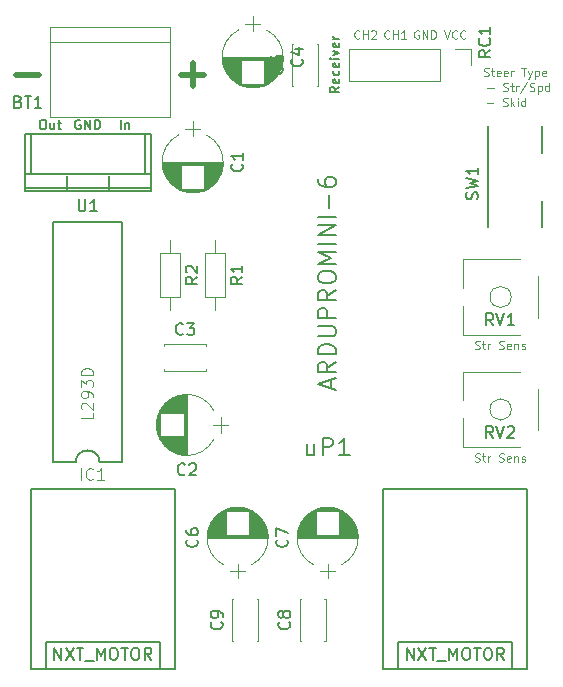
<source format=gbr>
G04 #@! TF.FileFunction,Legend,Top*
%FSLAX46Y46*%
G04 Gerber Fmt 4.6, Leading zero omitted, Abs format (unit mm)*
G04 Created by KiCad (PCBNEW 4.0.2-stable) date 1/10/2018 5:31:38 PM*
%MOMM*%
G01*
G04 APERTURE LIST*
%ADD10C,0.100000*%
%ADD11C,0.150000*%
%ADD12C,0.500000*%
%ADD13C,0.203200*%
%ADD14C,0.152400*%
%ADD15C,0.120000*%
%ADD16C,0.050000*%
G04 APERTURE END LIST*
D10*
D11*
X161651905Y-59651666D02*
X161270952Y-59918333D01*
X161651905Y-60108809D02*
X160851905Y-60108809D01*
X160851905Y-59804047D01*
X160890000Y-59727856D01*
X160928095Y-59689761D01*
X161004286Y-59651666D01*
X161118571Y-59651666D01*
X161194762Y-59689761D01*
X161232857Y-59727856D01*
X161270952Y-59804047D01*
X161270952Y-60108809D01*
X161613810Y-59004047D02*
X161651905Y-59080237D01*
X161651905Y-59232618D01*
X161613810Y-59308809D01*
X161537619Y-59346904D01*
X161232857Y-59346904D01*
X161156667Y-59308809D01*
X161118571Y-59232618D01*
X161118571Y-59080237D01*
X161156667Y-59004047D01*
X161232857Y-58965952D01*
X161309048Y-58965952D01*
X161385238Y-59346904D01*
X161613810Y-58280238D02*
X161651905Y-58356428D01*
X161651905Y-58508809D01*
X161613810Y-58585000D01*
X161575714Y-58623095D01*
X161499524Y-58661190D01*
X161270952Y-58661190D01*
X161194762Y-58623095D01*
X161156667Y-58585000D01*
X161118571Y-58508809D01*
X161118571Y-58356428D01*
X161156667Y-58280238D01*
X161613810Y-57632619D02*
X161651905Y-57708809D01*
X161651905Y-57861190D01*
X161613810Y-57937381D01*
X161537619Y-57975476D01*
X161232857Y-57975476D01*
X161156667Y-57937381D01*
X161118571Y-57861190D01*
X161118571Y-57708809D01*
X161156667Y-57632619D01*
X161232857Y-57594524D01*
X161309048Y-57594524D01*
X161385238Y-57975476D01*
X161651905Y-57251667D02*
X161118571Y-57251667D01*
X160851905Y-57251667D02*
X160890000Y-57289762D01*
X160928095Y-57251667D01*
X160890000Y-57213572D01*
X160851905Y-57251667D01*
X160928095Y-57251667D01*
X161118571Y-56946905D02*
X161651905Y-56756429D01*
X161118571Y-56565953D01*
X161613810Y-55956429D02*
X161651905Y-56032619D01*
X161651905Y-56185000D01*
X161613810Y-56261191D01*
X161537619Y-56299286D01*
X161232857Y-56299286D01*
X161156667Y-56261191D01*
X161118571Y-56185000D01*
X161118571Y-56032619D01*
X161156667Y-55956429D01*
X161232857Y-55918334D01*
X161309048Y-55918334D01*
X161385238Y-56299286D01*
X161651905Y-55575477D02*
X161118571Y-55575477D01*
X161270952Y-55575477D02*
X161194762Y-55537382D01*
X161156667Y-55499286D01*
X161118571Y-55423096D01*
X161118571Y-55346905D01*
D10*
X174167334Y-59740000D02*
X174700667Y-59740000D01*
X175534000Y-59973333D02*
X175634000Y-60006667D01*
X175800667Y-60006667D01*
X175867334Y-59973333D01*
X175900667Y-59940000D01*
X175934000Y-59873333D01*
X175934000Y-59806667D01*
X175900667Y-59740000D01*
X175867334Y-59706667D01*
X175800667Y-59673333D01*
X175667334Y-59640000D01*
X175600667Y-59606667D01*
X175567334Y-59573333D01*
X175534000Y-59506667D01*
X175534000Y-59440000D01*
X175567334Y-59373333D01*
X175600667Y-59340000D01*
X175667334Y-59306667D01*
X175834000Y-59306667D01*
X175934000Y-59340000D01*
X176134001Y-59540000D02*
X176400667Y-59540000D01*
X176234001Y-59306667D02*
X176234001Y-59906667D01*
X176267334Y-59973333D01*
X176334001Y-60006667D01*
X176400667Y-60006667D01*
X176634001Y-60006667D02*
X176634001Y-59540000D01*
X176634001Y-59673333D02*
X176667334Y-59606667D01*
X176700667Y-59573333D01*
X176767334Y-59540000D01*
X176834001Y-59540000D01*
X177567334Y-59273333D02*
X176967334Y-60173333D01*
X177767333Y-59973333D02*
X177867333Y-60006667D01*
X178034000Y-60006667D01*
X178100667Y-59973333D01*
X178134000Y-59940000D01*
X178167333Y-59873333D01*
X178167333Y-59806667D01*
X178134000Y-59740000D01*
X178100667Y-59706667D01*
X178034000Y-59673333D01*
X177900667Y-59640000D01*
X177834000Y-59606667D01*
X177800667Y-59573333D01*
X177767333Y-59506667D01*
X177767333Y-59440000D01*
X177800667Y-59373333D01*
X177834000Y-59340000D01*
X177900667Y-59306667D01*
X178067333Y-59306667D01*
X178167333Y-59340000D01*
X178467334Y-59540000D02*
X178467334Y-60240000D01*
X178467334Y-59573333D02*
X178534000Y-59540000D01*
X178667334Y-59540000D01*
X178734000Y-59573333D01*
X178767334Y-59606667D01*
X178800667Y-59673333D01*
X178800667Y-59873333D01*
X178767334Y-59940000D01*
X178734000Y-59973333D01*
X178667334Y-60006667D01*
X178534000Y-60006667D01*
X178467334Y-59973333D01*
X179400667Y-60006667D02*
X179400667Y-59306667D01*
X179400667Y-59973333D02*
X179334000Y-60006667D01*
X179200667Y-60006667D01*
X179134000Y-59973333D01*
X179100667Y-59940000D01*
X179067333Y-59873333D01*
X179067333Y-59673333D01*
X179100667Y-59606667D01*
X179134000Y-59573333D01*
X179200667Y-59540000D01*
X179334000Y-59540000D01*
X179400667Y-59573333D01*
X174134667Y-61010000D02*
X174668000Y-61010000D01*
X175501333Y-61243333D02*
X175601333Y-61276667D01*
X175768000Y-61276667D01*
X175834667Y-61243333D01*
X175868000Y-61210000D01*
X175901333Y-61143333D01*
X175901333Y-61076667D01*
X175868000Y-61010000D01*
X175834667Y-60976667D01*
X175768000Y-60943333D01*
X175634667Y-60910000D01*
X175568000Y-60876667D01*
X175534667Y-60843333D01*
X175501333Y-60776667D01*
X175501333Y-60710000D01*
X175534667Y-60643333D01*
X175568000Y-60610000D01*
X175634667Y-60576667D01*
X175801333Y-60576667D01*
X175901333Y-60610000D01*
X176201334Y-61276667D02*
X176201334Y-60576667D01*
X176268000Y-61010000D02*
X176468000Y-61276667D01*
X176468000Y-60810000D02*
X176201334Y-61076667D01*
X176768001Y-61276667D02*
X176768001Y-60810000D01*
X176768001Y-60576667D02*
X176734667Y-60610000D01*
X176768001Y-60643333D01*
X176801334Y-60610000D01*
X176768001Y-60576667D01*
X176768001Y-60643333D01*
X177401334Y-61276667D02*
X177401334Y-60576667D01*
X177401334Y-61243333D02*
X177334667Y-61276667D01*
X177201334Y-61276667D01*
X177134667Y-61243333D01*
X177101334Y-61210000D01*
X177068000Y-61143333D01*
X177068000Y-60943333D01*
X177101334Y-60876667D01*
X177134667Y-60843333D01*
X177201334Y-60810000D01*
X177334667Y-60810000D01*
X177401334Y-60843333D01*
X173896667Y-58703333D02*
X173996667Y-58736667D01*
X174163334Y-58736667D01*
X174230001Y-58703333D01*
X174263334Y-58670000D01*
X174296667Y-58603333D01*
X174296667Y-58536667D01*
X174263334Y-58470000D01*
X174230001Y-58436667D01*
X174163334Y-58403333D01*
X174030001Y-58370000D01*
X173963334Y-58336667D01*
X173930001Y-58303333D01*
X173896667Y-58236667D01*
X173896667Y-58170000D01*
X173930001Y-58103333D01*
X173963334Y-58070000D01*
X174030001Y-58036667D01*
X174196667Y-58036667D01*
X174296667Y-58070000D01*
X174496668Y-58270000D02*
X174763334Y-58270000D01*
X174596668Y-58036667D02*
X174596668Y-58636667D01*
X174630001Y-58703333D01*
X174696668Y-58736667D01*
X174763334Y-58736667D01*
X175263334Y-58703333D02*
X175196668Y-58736667D01*
X175063334Y-58736667D01*
X174996668Y-58703333D01*
X174963334Y-58636667D01*
X174963334Y-58370000D01*
X174996668Y-58303333D01*
X175063334Y-58270000D01*
X175196668Y-58270000D01*
X175263334Y-58303333D01*
X175296668Y-58370000D01*
X175296668Y-58436667D01*
X174963334Y-58503333D01*
X175863334Y-58703333D02*
X175796668Y-58736667D01*
X175663334Y-58736667D01*
X175596668Y-58703333D01*
X175563334Y-58636667D01*
X175563334Y-58370000D01*
X175596668Y-58303333D01*
X175663334Y-58270000D01*
X175796668Y-58270000D01*
X175863334Y-58303333D01*
X175896668Y-58370000D01*
X175896668Y-58436667D01*
X175563334Y-58503333D01*
X176196668Y-58736667D02*
X176196668Y-58270000D01*
X176196668Y-58403333D02*
X176230001Y-58336667D01*
X176263334Y-58303333D01*
X176330001Y-58270000D01*
X176396668Y-58270000D01*
X177063334Y-58036667D02*
X177463334Y-58036667D01*
X177263334Y-58736667D02*
X177263334Y-58036667D01*
X177630000Y-58270000D02*
X177796667Y-58736667D01*
X177963333Y-58270000D02*
X177796667Y-58736667D01*
X177730000Y-58903333D01*
X177696667Y-58936667D01*
X177630000Y-58970000D01*
X178230000Y-58270000D02*
X178230000Y-58970000D01*
X178230000Y-58303333D02*
X178296666Y-58270000D01*
X178430000Y-58270000D01*
X178496666Y-58303333D01*
X178530000Y-58336667D01*
X178563333Y-58403333D01*
X178563333Y-58603333D01*
X178530000Y-58670000D01*
X178496666Y-58703333D01*
X178430000Y-58736667D01*
X178296666Y-58736667D01*
X178230000Y-58703333D01*
X179129999Y-58703333D02*
X179063333Y-58736667D01*
X178929999Y-58736667D01*
X178863333Y-58703333D01*
X178829999Y-58636667D01*
X178829999Y-58370000D01*
X178863333Y-58303333D01*
X178929999Y-58270000D01*
X179063333Y-58270000D01*
X179129999Y-58303333D01*
X179163333Y-58370000D01*
X179163333Y-58436667D01*
X178829999Y-58503333D01*
X173143333Y-81817333D02*
X173243333Y-81850667D01*
X173410000Y-81850667D01*
X173476667Y-81817333D01*
X173510000Y-81784000D01*
X173543333Y-81717333D01*
X173543333Y-81650667D01*
X173510000Y-81584000D01*
X173476667Y-81550667D01*
X173410000Y-81517333D01*
X173276667Y-81484000D01*
X173210000Y-81450667D01*
X173176667Y-81417333D01*
X173143333Y-81350667D01*
X173143333Y-81284000D01*
X173176667Y-81217333D01*
X173210000Y-81184000D01*
X173276667Y-81150667D01*
X173443333Y-81150667D01*
X173543333Y-81184000D01*
X173743334Y-81384000D02*
X174010000Y-81384000D01*
X173843334Y-81150667D02*
X173843334Y-81750667D01*
X173876667Y-81817333D01*
X173943334Y-81850667D01*
X174010000Y-81850667D01*
X174243334Y-81850667D02*
X174243334Y-81384000D01*
X174243334Y-81517333D02*
X174276667Y-81450667D01*
X174310000Y-81417333D01*
X174376667Y-81384000D01*
X174443334Y-81384000D01*
X175176666Y-81817333D02*
X175276666Y-81850667D01*
X175443333Y-81850667D01*
X175510000Y-81817333D01*
X175543333Y-81784000D01*
X175576666Y-81717333D01*
X175576666Y-81650667D01*
X175543333Y-81584000D01*
X175510000Y-81550667D01*
X175443333Y-81517333D01*
X175310000Y-81484000D01*
X175243333Y-81450667D01*
X175210000Y-81417333D01*
X175176666Y-81350667D01*
X175176666Y-81284000D01*
X175210000Y-81217333D01*
X175243333Y-81184000D01*
X175310000Y-81150667D01*
X175476666Y-81150667D01*
X175576666Y-81184000D01*
X176143333Y-81817333D02*
X176076667Y-81850667D01*
X175943333Y-81850667D01*
X175876667Y-81817333D01*
X175843333Y-81750667D01*
X175843333Y-81484000D01*
X175876667Y-81417333D01*
X175943333Y-81384000D01*
X176076667Y-81384000D01*
X176143333Y-81417333D01*
X176176667Y-81484000D01*
X176176667Y-81550667D01*
X175843333Y-81617333D01*
X176476667Y-81384000D02*
X176476667Y-81850667D01*
X176476667Y-81450667D02*
X176510000Y-81417333D01*
X176576667Y-81384000D01*
X176676667Y-81384000D01*
X176743333Y-81417333D01*
X176776667Y-81484000D01*
X176776667Y-81850667D01*
X177076666Y-81817333D02*
X177143333Y-81850667D01*
X177276666Y-81850667D01*
X177343333Y-81817333D01*
X177376666Y-81750667D01*
X177376666Y-81717333D01*
X177343333Y-81650667D01*
X177276666Y-81617333D01*
X177176666Y-81617333D01*
X177110000Y-81584000D01*
X177076666Y-81517333D01*
X177076666Y-81484000D01*
X177110000Y-81417333D01*
X177176666Y-81384000D01*
X177276666Y-81384000D01*
X177343333Y-81417333D01*
X173143333Y-91342333D02*
X173243333Y-91375667D01*
X173410000Y-91375667D01*
X173476667Y-91342333D01*
X173510000Y-91309000D01*
X173543333Y-91242333D01*
X173543333Y-91175667D01*
X173510000Y-91109000D01*
X173476667Y-91075667D01*
X173410000Y-91042333D01*
X173276667Y-91009000D01*
X173210000Y-90975667D01*
X173176667Y-90942333D01*
X173143333Y-90875667D01*
X173143333Y-90809000D01*
X173176667Y-90742333D01*
X173210000Y-90709000D01*
X173276667Y-90675667D01*
X173443333Y-90675667D01*
X173543333Y-90709000D01*
X173743334Y-90909000D02*
X174010000Y-90909000D01*
X173843334Y-90675667D02*
X173843334Y-91275667D01*
X173876667Y-91342333D01*
X173943334Y-91375667D01*
X174010000Y-91375667D01*
X174243334Y-91375667D02*
X174243334Y-90909000D01*
X174243334Y-91042333D02*
X174276667Y-90975667D01*
X174310000Y-90942333D01*
X174376667Y-90909000D01*
X174443334Y-90909000D01*
X175176666Y-91342333D02*
X175276666Y-91375667D01*
X175443333Y-91375667D01*
X175510000Y-91342333D01*
X175543333Y-91309000D01*
X175576666Y-91242333D01*
X175576666Y-91175667D01*
X175543333Y-91109000D01*
X175510000Y-91075667D01*
X175443333Y-91042333D01*
X175310000Y-91009000D01*
X175243333Y-90975667D01*
X175210000Y-90942333D01*
X175176666Y-90875667D01*
X175176666Y-90809000D01*
X175210000Y-90742333D01*
X175243333Y-90709000D01*
X175310000Y-90675667D01*
X175476666Y-90675667D01*
X175576666Y-90709000D01*
X176143333Y-91342333D02*
X176076667Y-91375667D01*
X175943333Y-91375667D01*
X175876667Y-91342333D01*
X175843333Y-91275667D01*
X175843333Y-91009000D01*
X175876667Y-90942333D01*
X175943333Y-90909000D01*
X176076667Y-90909000D01*
X176143333Y-90942333D01*
X176176667Y-91009000D01*
X176176667Y-91075667D01*
X175843333Y-91142333D01*
X176476667Y-90909000D02*
X176476667Y-91375667D01*
X176476667Y-90975667D02*
X176510000Y-90942333D01*
X176576667Y-90909000D01*
X176676667Y-90909000D01*
X176743333Y-90942333D01*
X176776667Y-91009000D01*
X176776667Y-91375667D01*
X177076666Y-91342333D02*
X177143333Y-91375667D01*
X177276666Y-91375667D01*
X177343333Y-91342333D01*
X177376666Y-91275667D01*
X177376666Y-91242333D01*
X177343333Y-91175667D01*
X177276666Y-91142333D01*
X177176666Y-91142333D01*
X177110000Y-91109000D01*
X177076666Y-91042333D01*
X177076666Y-91009000D01*
X177110000Y-90942333D01*
X177176666Y-90909000D01*
X177276666Y-90909000D01*
X177343333Y-90942333D01*
X163346667Y-55495000D02*
X163313333Y-55528333D01*
X163213333Y-55561667D01*
X163146667Y-55561667D01*
X163046667Y-55528333D01*
X162980000Y-55461667D01*
X162946667Y-55395000D01*
X162913333Y-55261667D01*
X162913333Y-55161667D01*
X162946667Y-55028333D01*
X162980000Y-54961667D01*
X163046667Y-54895000D01*
X163146667Y-54861667D01*
X163213333Y-54861667D01*
X163313333Y-54895000D01*
X163346667Y-54928333D01*
X163646667Y-55561667D02*
X163646667Y-54861667D01*
X163646667Y-55195000D02*
X164046667Y-55195000D01*
X164046667Y-55561667D02*
X164046667Y-54861667D01*
X164346666Y-54928333D02*
X164380000Y-54895000D01*
X164446666Y-54861667D01*
X164613333Y-54861667D01*
X164680000Y-54895000D01*
X164713333Y-54928333D01*
X164746666Y-54995000D01*
X164746666Y-55061667D01*
X164713333Y-55161667D01*
X164313333Y-55561667D01*
X164746666Y-55561667D01*
X165886667Y-55495000D02*
X165853333Y-55528333D01*
X165753333Y-55561667D01*
X165686667Y-55561667D01*
X165586667Y-55528333D01*
X165520000Y-55461667D01*
X165486667Y-55395000D01*
X165453333Y-55261667D01*
X165453333Y-55161667D01*
X165486667Y-55028333D01*
X165520000Y-54961667D01*
X165586667Y-54895000D01*
X165686667Y-54861667D01*
X165753333Y-54861667D01*
X165853333Y-54895000D01*
X165886667Y-54928333D01*
X166186667Y-55561667D02*
X166186667Y-54861667D01*
X166186667Y-55195000D02*
X166586667Y-55195000D01*
X166586667Y-55561667D02*
X166586667Y-54861667D01*
X167286666Y-55561667D02*
X166886666Y-55561667D01*
X167086666Y-55561667D02*
X167086666Y-54861667D01*
X167020000Y-54961667D01*
X166953333Y-55028333D01*
X166886666Y-55061667D01*
X168376667Y-54895000D02*
X168310001Y-54861667D01*
X168210001Y-54861667D01*
X168110001Y-54895000D01*
X168043334Y-54961667D01*
X168010001Y-55028333D01*
X167976667Y-55161667D01*
X167976667Y-55261667D01*
X168010001Y-55395000D01*
X168043334Y-55461667D01*
X168110001Y-55528333D01*
X168210001Y-55561667D01*
X168276667Y-55561667D01*
X168376667Y-55528333D01*
X168410001Y-55495000D01*
X168410001Y-55261667D01*
X168276667Y-55261667D01*
X168710001Y-55561667D02*
X168710001Y-54861667D01*
X169110001Y-55561667D01*
X169110001Y-54861667D01*
X169443334Y-55561667D02*
X169443334Y-54861667D01*
X169610000Y-54861667D01*
X169710000Y-54895000D01*
X169776667Y-54961667D01*
X169810000Y-55028333D01*
X169843334Y-55161667D01*
X169843334Y-55261667D01*
X169810000Y-55395000D01*
X169776667Y-55461667D01*
X169710000Y-55528333D01*
X169610000Y-55561667D01*
X169443334Y-55561667D01*
X170516667Y-54861667D02*
X170750000Y-55561667D01*
X170983333Y-54861667D01*
X171616667Y-55495000D02*
X171583333Y-55528333D01*
X171483333Y-55561667D01*
X171416667Y-55561667D01*
X171316667Y-55528333D01*
X171250000Y-55461667D01*
X171216667Y-55395000D01*
X171183333Y-55261667D01*
X171183333Y-55161667D01*
X171216667Y-55028333D01*
X171250000Y-54961667D01*
X171316667Y-54895000D01*
X171416667Y-54861667D01*
X171483333Y-54861667D01*
X171583333Y-54895000D01*
X171616667Y-54928333D01*
X172316667Y-55495000D02*
X172283333Y-55528333D01*
X172183333Y-55561667D01*
X172116667Y-55561667D01*
X172016667Y-55528333D01*
X171950000Y-55461667D01*
X171916667Y-55395000D01*
X171883333Y-55261667D01*
X171883333Y-55161667D01*
X171916667Y-55028333D01*
X171950000Y-54961667D01*
X172016667Y-54895000D01*
X172116667Y-54861667D01*
X172183333Y-54861667D01*
X172283333Y-54895000D01*
X172316667Y-54928333D01*
D11*
X143148095Y-63226905D02*
X143148095Y-62426905D01*
X143529047Y-62693571D02*
X143529047Y-63226905D01*
X143529047Y-62769762D02*
X143567142Y-62731667D01*
X143643333Y-62693571D01*
X143757619Y-62693571D01*
X143833809Y-62731667D01*
X143871904Y-62807857D01*
X143871904Y-63226905D01*
X139725477Y-62465000D02*
X139649286Y-62426905D01*
X139535001Y-62426905D01*
X139420715Y-62465000D01*
X139344524Y-62541190D01*
X139306429Y-62617381D01*
X139268334Y-62769762D01*
X139268334Y-62884048D01*
X139306429Y-63036429D01*
X139344524Y-63112619D01*
X139420715Y-63188810D01*
X139535001Y-63226905D01*
X139611191Y-63226905D01*
X139725477Y-63188810D01*
X139763572Y-63150714D01*
X139763572Y-62884048D01*
X139611191Y-62884048D01*
X140106429Y-63226905D02*
X140106429Y-62426905D01*
X140563572Y-63226905D01*
X140563572Y-62426905D01*
X140944524Y-63226905D02*
X140944524Y-62426905D01*
X141135000Y-62426905D01*
X141249286Y-62465000D01*
X141325477Y-62541190D01*
X141363572Y-62617381D01*
X141401667Y-62769762D01*
X141401667Y-62884048D01*
X141363572Y-63036429D01*
X141325477Y-63112619D01*
X141249286Y-63188810D01*
X141135000Y-63226905D01*
X140944524Y-63226905D01*
X136493333Y-62426905D02*
X136645714Y-62426905D01*
X136721905Y-62465000D01*
X136798095Y-62541190D01*
X136836190Y-62693571D01*
X136836190Y-62960238D01*
X136798095Y-63112619D01*
X136721905Y-63188810D01*
X136645714Y-63226905D01*
X136493333Y-63226905D01*
X136417143Y-63188810D01*
X136340952Y-63112619D01*
X136302857Y-62960238D01*
X136302857Y-62693571D01*
X136340952Y-62541190D01*
X136417143Y-62465000D01*
X136493333Y-62426905D01*
X137521904Y-62693571D02*
X137521904Y-63226905D01*
X137179047Y-62693571D02*
X137179047Y-63112619D01*
X137217142Y-63188810D01*
X137293333Y-63226905D01*
X137407619Y-63226905D01*
X137483809Y-63188810D01*
X137521904Y-63150714D01*
X137788571Y-62693571D02*
X138093333Y-62693571D01*
X137902857Y-62426905D02*
X137902857Y-63112619D01*
X137940952Y-63188810D01*
X138017143Y-63226905D01*
X138093333Y-63226905D01*
D12*
X148272619Y-58598571D02*
X150177381Y-58598571D01*
X149225000Y-59550952D02*
X149225000Y-57646190D01*
X134302619Y-58598571D02*
X136207381Y-58598571D01*
D13*
X166624000Y-108966000D02*
X166624000Y-106680000D01*
X166624000Y-106680000D02*
X176276000Y-106680000D01*
X176276000Y-106680000D02*
X176276000Y-108966000D01*
X165354000Y-93726000D02*
X177546000Y-93726000D01*
X177546000Y-108966000D02*
X177546000Y-93726000D01*
X165354000Y-108966000D02*
X165354000Y-93726000D01*
X177546000Y-108966000D02*
X165354000Y-108966000D01*
D11*
X174230000Y-71515000D02*
X174230000Y-62915000D01*
X178830000Y-71515000D02*
X178830000Y-69315000D01*
X178830000Y-65215000D02*
X178830000Y-62915000D01*
D14*
X137414000Y-71120000D02*
X137414000Y-91440000D01*
X143256000Y-91440000D02*
X143256000Y-71120000D01*
X137414000Y-71120000D02*
X143256000Y-71120000D01*
X137414000Y-91440000D02*
X139319000Y-91440000D01*
X143256000Y-91440000D02*
X141351000Y-91440000D01*
X139319000Y-91440000D02*
G75*
G02X141351000Y-91440000I1016000J0D01*
G01*
D13*
X136779000Y-108966000D02*
X136779000Y-106680000D01*
X136779000Y-106680000D02*
X146431000Y-106680000D01*
X146431000Y-106680000D02*
X146431000Y-108966000D01*
X135509000Y-93726000D02*
X147701000Y-93726000D01*
X147701000Y-108966000D02*
X147701000Y-93726000D01*
X135509000Y-108966000D02*
X135509000Y-93726000D01*
X147701000Y-108966000D02*
X135509000Y-108966000D01*
D15*
X146810000Y-81440000D02*
X150330000Y-81440000D01*
X146810000Y-83660000D02*
X150330000Y-83660000D01*
X146810000Y-81440000D02*
X146810000Y-81554000D01*
X146810000Y-83546000D02*
X146810000Y-83660000D01*
X150330000Y-81440000D02*
X150330000Y-81554000D01*
X150330000Y-83546000D02*
X150330000Y-83660000D01*
X150404723Y-68325722D02*
G75*
G03X150405000Y-63714420I-1179723J2305722D01*
G01*
X148045277Y-68325722D02*
G75*
G02X148045000Y-63714420I1179723J2305722D01*
G01*
X148045277Y-68325722D02*
G75*
G03X150405000Y-68325580I1179723J2305722D01*
G01*
X151775000Y-66020000D02*
X146675000Y-66020000D01*
X151775000Y-66060000D02*
X146675000Y-66060000D01*
X151774000Y-66100000D02*
X146676000Y-66100000D01*
X151773000Y-66140000D02*
X146677000Y-66140000D01*
X151771000Y-66180000D02*
X146679000Y-66180000D01*
X151768000Y-66220000D02*
X146682000Y-66220000D01*
X151764000Y-66260000D02*
X146686000Y-66260000D01*
X151760000Y-66300000D02*
X150205000Y-66300000D01*
X148245000Y-66300000D02*
X146690000Y-66300000D01*
X151756000Y-66340000D02*
X150205000Y-66340000D01*
X148245000Y-66340000D02*
X146694000Y-66340000D01*
X151750000Y-66380000D02*
X150205000Y-66380000D01*
X148245000Y-66380000D02*
X146700000Y-66380000D01*
X151744000Y-66420000D02*
X150205000Y-66420000D01*
X148245000Y-66420000D02*
X146706000Y-66420000D01*
X151738000Y-66460000D02*
X150205000Y-66460000D01*
X148245000Y-66460000D02*
X146712000Y-66460000D01*
X151731000Y-66500000D02*
X150205000Y-66500000D01*
X148245000Y-66500000D02*
X146719000Y-66500000D01*
X151723000Y-66540000D02*
X150205000Y-66540000D01*
X148245000Y-66540000D02*
X146727000Y-66540000D01*
X151714000Y-66580000D02*
X150205000Y-66580000D01*
X148245000Y-66580000D02*
X146736000Y-66580000D01*
X151705000Y-66620000D02*
X150205000Y-66620000D01*
X148245000Y-66620000D02*
X146745000Y-66620000D01*
X151695000Y-66660000D02*
X150205000Y-66660000D01*
X148245000Y-66660000D02*
X146755000Y-66660000D01*
X151685000Y-66700000D02*
X150205000Y-66700000D01*
X148245000Y-66700000D02*
X146765000Y-66700000D01*
X151673000Y-66741000D02*
X150205000Y-66741000D01*
X148245000Y-66741000D02*
X146777000Y-66741000D01*
X151661000Y-66781000D02*
X150205000Y-66781000D01*
X148245000Y-66781000D02*
X146789000Y-66781000D01*
X151649000Y-66821000D02*
X150205000Y-66821000D01*
X148245000Y-66821000D02*
X146801000Y-66821000D01*
X151635000Y-66861000D02*
X150205000Y-66861000D01*
X148245000Y-66861000D02*
X146815000Y-66861000D01*
X151621000Y-66901000D02*
X150205000Y-66901000D01*
X148245000Y-66901000D02*
X146829000Y-66901000D01*
X151607000Y-66941000D02*
X150205000Y-66941000D01*
X148245000Y-66941000D02*
X146843000Y-66941000D01*
X151591000Y-66981000D02*
X150205000Y-66981000D01*
X148245000Y-66981000D02*
X146859000Y-66981000D01*
X151575000Y-67021000D02*
X150205000Y-67021000D01*
X148245000Y-67021000D02*
X146875000Y-67021000D01*
X151558000Y-67061000D02*
X150205000Y-67061000D01*
X148245000Y-67061000D02*
X146892000Y-67061000D01*
X151540000Y-67101000D02*
X150205000Y-67101000D01*
X148245000Y-67101000D02*
X146910000Y-67101000D01*
X151521000Y-67141000D02*
X150205000Y-67141000D01*
X148245000Y-67141000D02*
X146929000Y-67141000D01*
X151501000Y-67181000D02*
X150205000Y-67181000D01*
X148245000Y-67181000D02*
X146949000Y-67181000D01*
X151481000Y-67221000D02*
X150205000Y-67221000D01*
X148245000Y-67221000D02*
X146969000Y-67221000D01*
X151459000Y-67261000D02*
X150205000Y-67261000D01*
X148245000Y-67261000D02*
X146991000Y-67261000D01*
X151437000Y-67301000D02*
X150205000Y-67301000D01*
X148245000Y-67301000D02*
X147013000Y-67301000D01*
X151414000Y-67341000D02*
X150205000Y-67341000D01*
X148245000Y-67341000D02*
X147036000Y-67341000D01*
X151390000Y-67381000D02*
X150205000Y-67381000D01*
X148245000Y-67381000D02*
X147060000Y-67381000D01*
X151365000Y-67421000D02*
X150205000Y-67421000D01*
X148245000Y-67421000D02*
X147085000Y-67421000D01*
X151338000Y-67461000D02*
X150205000Y-67461000D01*
X148245000Y-67461000D02*
X147112000Y-67461000D01*
X151311000Y-67501000D02*
X150205000Y-67501000D01*
X148245000Y-67501000D02*
X147139000Y-67501000D01*
X151283000Y-67541000D02*
X150205000Y-67541000D01*
X148245000Y-67541000D02*
X147167000Y-67541000D01*
X151253000Y-67581000D02*
X150205000Y-67581000D01*
X148245000Y-67581000D02*
X147197000Y-67581000D01*
X151222000Y-67621000D02*
X150205000Y-67621000D01*
X148245000Y-67621000D02*
X147228000Y-67621000D01*
X151190000Y-67661000D02*
X150205000Y-67661000D01*
X148245000Y-67661000D02*
X147260000Y-67661000D01*
X151157000Y-67701000D02*
X150205000Y-67701000D01*
X148245000Y-67701000D02*
X147293000Y-67701000D01*
X151122000Y-67741000D02*
X150205000Y-67741000D01*
X148245000Y-67741000D02*
X147328000Y-67741000D01*
X151086000Y-67781000D02*
X150205000Y-67781000D01*
X148245000Y-67781000D02*
X147364000Y-67781000D01*
X151048000Y-67821000D02*
X150205000Y-67821000D01*
X148245000Y-67821000D02*
X147402000Y-67821000D01*
X151008000Y-67861000D02*
X150205000Y-67861000D01*
X148245000Y-67861000D02*
X147442000Y-67861000D01*
X150967000Y-67901000D02*
X150205000Y-67901000D01*
X148245000Y-67901000D02*
X147483000Y-67901000D01*
X150924000Y-67941000D02*
X150205000Y-67941000D01*
X148245000Y-67941000D02*
X147526000Y-67941000D01*
X150879000Y-67981000D02*
X150205000Y-67981000D01*
X148245000Y-67981000D02*
X147571000Y-67981000D01*
X150831000Y-68021000D02*
X150205000Y-68021000D01*
X148245000Y-68021000D02*
X147619000Y-68021000D01*
X150781000Y-68061000D02*
X150205000Y-68061000D01*
X148245000Y-68061000D02*
X147669000Y-68061000D01*
X150729000Y-68101000D02*
X150205000Y-68101000D01*
X148245000Y-68101000D02*
X147721000Y-68101000D01*
X150673000Y-68141000D02*
X150205000Y-68141000D01*
X148245000Y-68141000D02*
X147777000Y-68141000D01*
X150615000Y-68181000D02*
X150205000Y-68181000D01*
X148245000Y-68181000D02*
X147835000Y-68181000D01*
X150552000Y-68221000D02*
X150205000Y-68221000D01*
X148245000Y-68221000D02*
X147898000Y-68221000D01*
X150486000Y-68261000D02*
X147964000Y-68261000D01*
X150414000Y-68301000D02*
X148036000Y-68301000D01*
X150337000Y-68341000D02*
X148113000Y-68341000D01*
X150253000Y-68381000D02*
X148197000Y-68381000D01*
X150159000Y-68421000D02*
X148291000Y-68421000D01*
X150054000Y-68461000D02*
X148396000Y-68461000D01*
X149932000Y-68501000D02*
X148518000Y-68501000D01*
X149784000Y-68541000D02*
X148666000Y-68541000D01*
X149579000Y-68581000D02*
X148871000Y-68581000D01*
X149225000Y-62570000D02*
X149225000Y-63770000D01*
X149875000Y-63170000D02*
X148575000Y-63170000D01*
X146431278Y-89444723D02*
G75*
G03X151042580Y-89445000I2305722J1179723D01*
G01*
X146431278Y-87085277D02*
G75*
G02X151042580Y-87085000I2305722J-1179723D01*
G01*
X146431278Y-87085277D02*
G75*
G03X146431420Y-89445000I2305722J-1179723D01*
G01*
X148737000Y-90815000D02*
X148737000Y-85715000D01*
X148697000Y-90815000D02*
X148697000Y-85715000D01*
X148657000Y-90814000D02*
X148657000Y-85716000D01*
X148617000Y-90813000D02*
X148617000Y-85717000D01*
X148577000Y-90811000D02*
X148577000Y-85719000D01*
X148537000Y-90808000D02*
X148537000Y-85722000D01*
X148497000Y-90804000D02*
X148497000Y-85726000D01*
X148457000Y-90800000D02*
X148457000Y-89245000D01*
X148457000Y-87285000D02*
X148457000Y-85730000D01*
X148417000Y-90796000D02*
X148417000Y-89245000D01*
X148417000Y-87285000D02*
X148417000Y-85734000D01*
X148377000Y-90790000D02*
X148377000Y-89245000D01*
X148377000Y-87285000D02*
X148377000Y-85740000D01*
X148337000Y-90784000D02*
X148337000Y-89245000D01*
X148337000Y-87285000D02*
X148337000Y-85746000D01*
X148297000Y-90778000D02*
X148297000Y-89245000D01*
X148297000Y-87285000D02*
X148297000Y-85752000D01*
X148257000Y-90771000D02*
X148257000Y-89245000D01*
X148257000Y-87285000D02*
X148257000Y-85759000D01*
X148217000Y-90763000D02*
X148217000Y-89245000D01*
X148217000Y-87285000D02*
X148217000Y-85767000D01*
X148177000Y-90754000D02*
X148177000Y-89245000D01*
X148177000Y-87285000D02*
X148177000Y-85776000D01*
X148137000Y-90745000D02*
X148137000Y-89245000D01*
X148137000Y-87285000D02*
X148137000Y-85785000D01*
X148097000Y-90735000D02*
X148097000Y-89245000D01*
X148097000Y-87285000D02*
X148097000Y-85795000D01*
X148057000Y-90725000D02*
X148057000Y-89245000D01*
X148057000Y-87285000D02*
X148057000Y-85805000D01*
X148016000Y-90713000D02*
X148016000Y-89245000D01*
X148016000Y-87285000D02*
X148016000Y-85817000D01*
X147976000Y-90701000D02*
X147976000Y-89245000D01*
X147976000Y-87285000D02*
X147976000Y-85829000D01*
X147936000Y-90689000D02*
X147936000Y-89245000D01*
X147936000Y-87285000D02*
X147936000Y-85841000D01*
X147896000Y-90675000D02*
X147896000Y-89245000D01*
X147896000Y-87285000D02*
X147896000Y-85855000D01*
X147856000Y-90661000D02*
X147856000Y-89245000D01*
X147856000Y-87285000D02*
X147856000Y-85869000D01*
X147816000Y-90647000D02*
X147816000Y-89245000D01*
X147816000Y-87285000D02*
X147816000Y-85883000D01*
X147776000Y-90631000D02*
X147776000Y-89245000D01*
X147776000Y-87285000D02*
X147776000Y-85899000D01*
X147736000Y-90615000D02*
X147736000Y-89245000D01*
X147736000Y-87285000D02*
X147736000Y-85915000D01*
X147696000Y-90598000D02*
X147696000Y-89245000D01*
X147696000Y-87285000D02*
X147696000Y-85932000D01*
X147656000Y-90580000D02*
X147656000Y-89245000D01*
X147656000Y-87285000D02*
X147656000Y-85950000D01*
X147616000Y-90561000D02*
X147616000Y-89245000D01*
X147616000Y-87285000D02*
X147616000Y-85969000D01*
X147576000Y-90541000D02*
X147576000Y-89245000D01*
X147576000Y-87285000D02*
X147576000Y-85989000D01*
X147536000Y-90521000D02*
X147536000Y-89245000D01*
X147536000Y-87285000D02*
X147536000Y-86009000D01*
X147496000Y-90499000D02*
X147496000Y-89245000D01*
X147496000Y-87285000D02*
X147496000Y-86031000D01*
X147456000Y-90477000D02*
X147456000Y-89245000D01*
X147456000Y-87285000D02*
X147456000Y-86053000D01*
X147416000Y-90454000D02*
X147416000Y-89245000D01*
X147416000Y-87285000D02*
X147416000Y-86076000D01*
X147376000Y-90430000D02*
X147376000Y-89245000D01*
X147376000Y-87285000D02*
X147376000Y-86100000D01*
X147336000Y-90405000D02*
X147336000Y-89245000D01*
X147336000Y-87285000D02*
X147336000Y-86125000D01*
X147296000Y-90378000D02*
X147296000Y-89245000D01*
X147296000Y-87285000D02*
X147296000Y-86152000D01*
X147256000Y-90351000D02*
X147256000Y-89245000D01*
X147256000Y-87285000D02*
X147256000Y-86179000D01*
X147216000Y-90323000D02*
X147216000Y-89245000D01*
X147216000Y-87285000D02*
X147216000Y-86207000D01*
X147176000Y-90293000D02*
X147176000Y-89245000D01*
X147176000Y-87285000D02*
X147176000Y-86237000D01*
X147136000Y-90262000D02*
X147136000Y-89245000D01*
X147136000Y-87285000D02*
X147136000Y-86268000D01*
X147096000Y-90230000D02*
X147096000Y-89245000D01*
X147096000Y-87285000D02*
X147096000Y-86300000D01*
X147056000Y-90197000D02*
X147056000Y-89245000D01*
X147056000Y-87285000D02*
X147056000Y-86333000D01*
X147016000Y-90162000D02*
X147016000Y-89245000D01*
X147016000Y-87285000D02*
X147016000Y-86368000D01*
X146976000Y-90126000D02*
X146976000Y-89245000D01*
X146976000Y-87285000D02*
X146976000Y-86404000D01*
X146936000Y-90088000D02*
X146936000Y-89245000D01*
X146936000Y-87285000D02*
X146936000Y-86442000D01*
X146896000Y-90048000D02*
X146896000Y-89245000D01*
X146896000Y-87285000D02*
X146896000Y-86482000D01*
X146856000Y-90007000D02*
X146856000Y-89245000D01*
X146856000Y-87285000D02*
X146856000Y-86523000D01*
X146816000Y-89964000D02*
X146816000Y-89245000D01*
X146816000Y-87285000D02*
X146816000Y-86566000D01*
X146776000Y-89919000D02*
X146776000Y-89245000D01*
X146776000Y-87285000D02*
X146776000Y-86611000D01*
X146736000Y-89871000D02*
X146736000Y-89245000D01*
X146736000Y-87285000D02*
X146736000Y-86659000D01*
X146696000Y-89821000D02*
X146696000Y-89245000D01*
X146696000Y-87285000D02*
X146696000Y-86709000D01*
X146656000Y-89769000D02*
X146656000Y-89245000D01*
X146656000Y-87285000D02*
X146656000Y-86761000D01*
X146616000Y-89713000D02*
X146616000Y-89245000D01*
X146616000Y-87285000D02*
X146616000Y-86817000D01*
X146576000Y-89655000D02*
X146576000Y-89245000D01*
X146576000Y-87285000D02*
X146576000Y-86875000D01*
X146536000Y-89592000D02*
X146536000Y-89245000D01*
X146536000Y-87285000D02*
X146536000Y-86938000D01*
X146496000Y-89526000D02*
X146496000Y-87004000D01*
X146456000Y-89454000D02*
X146456000Y-87076000D01*
X146416000Y-89377000D02*
X146416000Y-87153000D01*
X146376000Y-89293000D02*
X146376000Y-87237000D01*
X146336000Y-89199000D02*
X146336000Y-87331000D01*
X146296000Y-89094000D02*
X146296000Y-87436000D01*
X146256000Y-88972000D02*
X146256000Y-87558000D01*
X146216000Y-88824000D02*
X146216000Y-87706000D01*
X146176000Y-88619000D02*
X146176000Y-87911000D01*
X152187000Y-88265000D02*
X150987000Y-88265000D01*
X151587000Y-88915000D02*
X151587000Y-87615000D01*
X151990000Y-73705000D02*
X150270000Y-73705000D01*
X150270000Y-73705000D02*
X150270000Y-77425000D01*
X150270000Y-77425000D02*
X151990000Y-77425000D01*
X151990000Y-77425000D02*
X151990000Y-73705000D01*
X151130000Y-72635000D02*
X151130000Y-73705000D01*
X151130000Y-78495000D02*
X151130000Y-77425000D01*
X148180000Y-73705000D02*
X146460000Y-73705000D01*
X146460000Y-73705000D02*
X146460000Y-77425000D01*
X146460000Y-77425000D02*
X148180000Y-77425000D01*
X148180000Y-77425000D02*
X148180000Y-73705000D01*
X147320000Y-72635000D02*
X147320000Y-73705000D01*
X147320000Y-78495000D02*
X147320000Y-77425000D01*
D11*
X135509000Y-67056000D02*
X135509000Y-63627000D01*
X145161000Y-67056000D02*
X145161000Y-63627000D01*
X135001000Y-68199000D02*
X145669000Y-68199000D01*
X138557000Y-67183000D02*
X138557000Y-68453000D01*
X142113000Y-67183000D02*
X142113000Y-68453000D01*
X145669000Y-67056000D02*
X135001000Y-67056000D01*
X135001000Y-63627000D02*
X145669000Y-63627000D01*
X145669000Y-68453000D02*
X145669000Y-63627000D01*
X135001000Y-68453000D02*
X135001000Y-63627000D01*
X135001000Y-68453000D02*
X145669000Y-68453000D01*
D15*
X137160000Y-55880000D02*
X147320000Y-55880000D01*
X137160000Y-54610000D02*
X137160000Y-62230000D01*
X137160000Y-62230000D02*
X147320000Y-62230000D01*
X147320000Y-62230000D02*
X147320000Y-54610000D01*
X147320000Y-54610000D02*
X137160000Y-54610000D01*
X176200000Y-77430000D02*
G75*
G03X176200000Y-77430000I-900000J0D01*
G01*
X176927000Y-80640000D02*
X172090000Y-80640000D01*
X176927000Y-74220000D02*
X172090000Y-74220000D01*
X178510000Y-79172000D02*
X178510000Y-75687000D01*
X172090000Y-80640000D02*
X172090000Y-78187000D01*
X172090000Y-76672000D02*
X172090000Y-74220000D01*
X176200000Y-86955000D02*
G75*
G03X176200000Y-86955000I-900000J0D01*
G01*
X176927000Y-90165000D02*
X172090000Y-90165000D01*
X176927000Y-83745000D02*
X172090000Y-83745000D01*
X178510000Y-88697000D02*
X178510000Y-85212000D01*
X172090000Y-90165000D02*
X172090000Y-87712000D01*
X172090000Y-86197000D02*
X172090000Y-83745000D01*
X162500000Y-56455000D02*
X162500000Y-59115000D01*
X170180000Y-56455000D02*
X162500000Y-56455000D01*
X170180000Y-59115000D02*
X162500000Y-59115000D01*
X170180000Y-56455000D02*
X170180000Y-59115000D01*
X171450000Y-56455000D02*
X172780000Y-56455000D01*
X172780000Y-56455000D02*
X172780000Y-57785000D01*
X155484723Y-59435722D02*
G75*
G03X155485000Y-54824420I-1179723J2305722D01*
G01*
X153125277Y-59435722D02*
G75*
G02X153125000Y-54824420I1179723J2305722D01*
G01*
X153125277Y-59435722D02*
G75*
G03X155485000Y-59435580I1179723J2305722D01*
G01*
X156855000Y-57130000D02*
X151755000Y-57130000D01*
X156855000Y-57170000D02*
X151755000Y-57170000D01*
X156854000Y-57210000D02*
X151756000Y-57210000D01*
X156853000Y-57250000D02*
X151757000Y-57250000D01*
X156851000Y-57290000D02*
X151759000Y-57290000D01*
X156848000Y-57330000D02*
X151762000Y-57330000D01*
X156844000Y-57370000D02*
X151766000Y-57370000D01*
X156840000Y-57410000D02*
X155285000Y-57410000D01*
X153325000Y-57410000D02*
X151770000Y-57410000D01*
X156836000Y-57450000D02*
X155285000Y-57450000D01*
X153325000Y-57450000D02*
X151774000Y-57450000D01*
X156830000Y-57490000D02*
X155285000Y-57490000D01*
X153325000Y-57490000D02*
X151780000Y-57490000D01*
X156824000Y-57530000D02*
X155285000Y-57530000D01*
X153325000Y-57530000D02*
X151786000Y-57530000D01*
X156818000Y-57570000D02*
X155285000Y-57570000D01*
X153325000Y-57570000D02*
X151792000Y-57570000D01*
X156811000Y-57610000D02*
X155285000Y-57610000D01*
X153325000Y-57610000D02*
X151799000Y-57610000D01*
X156803000Y-57650000D02*
X155285000Y-57650000D01*
X153325000Y-57650000D02*
X151807000Y-57650000D01*
X156794000Y-57690000D02*
X155285000Y-57690000D01*
X153325000Y-57690000D02*
X151816000Y-57690000D01*
X156785000Y-57730000D02*
X155285000Y-57730000D01*
X153325000Y-57730000D02*
X151825000Y-57730000D01*
X156775000Y-57770000D02*
X155285000Y-57770000D01*
X153325000Y-57770000D02*
X151835000Y-57770000D01*
X156765000Y-57810000D02*
X155285000Y-57810000D01*
X153325000Y-57810000D02*
X151845000Y-57810000D01*
X156753000Y-57851000D02*
X155285000Y-57851000D01*
X153325000Y-57851000D02*
X151857000Y-57851000D01*
X156741000Y-57891000D02*
X155285000Y-57891000D01*
X153325000Y-57891000D02*
X151869000Y-57891000D01*
X156729000Y-57931000D02*
X155285000Y-57931000D01*
X153325000Y-57931000D02*
X151881000Y-57931000D01*
X156715000Y-57971000D02*
X155285000Y-57971000D01*
X153325000Y-57971000D02*
X151895000Y-57971000D01*
X156701000Y-58011000D02*
X155285000Y-58011000D01*
X153325000Y-58011000D02*
X151909000Y-58011000D01*
X156687000Y-58051000D02*
X155285000Y-58051000D01*
X153325000Y-58051000D02*
X151923000Y-58051000D01*
X156671000Y-58091000D02*
X155285000Y-58091000D01*
X153325000Y-58091000D02*
X151939000Y-58091000D01*
X156655000Y-58131000D02*
X155285000Y-58131000D01*
X153325000Y-58131000D02*
X151955000Y-58131000D01*
X156638000Y-58171000D02*
X155285000Y-58171000D01*
X153325000Y-58171000D02*
X151972000Y-58171000D01*
X156620000Y-58211000D02*
X155285000Y-58211000D01*
X153325000Y-58211000D02*
X151990000Y-58211000D01*
X156601000Y-58251000D02*
X155285000Y-58251000D01*
X153325000Y-58251000D02*
X152009000Y-58251000D01*
X156581000Y-58291000D02*
X155285000Y-58291000D01*
X153325000Y-58291000D02*
X152029000Y-58291000D01*
X156561000Y-58331000D02*
X155285000Y-58331000D01*
X153325000Y-58331000D02*
X152049000Y-58331000D01*
X156539000Y-58371000D02*
X155285000Y-58371000D01*
X153325000Y-58371000D02*
X152071000Y-58371000D01*
X156517000Y-58411000D02*
X155285000Y-58411000D01*
X153325000Y-58411000D02*
X152093000Y-58411000D01*
X156494000Y-58451000D02*
X155285000Y-58451000D01*
X153325000Y-58451000D02*
X152116000Y-58451000D01*
X156470000Y-58491000D02*
X155285000Y-58491000D01*
X153325000Y-58491000D02*
X152140000Y-58491000D01*
X156445000Y-58531000D02*
X155285000Y-58531000D01*
X153325000Y-58531000D02*
X152165000Y-58531000D01*
X156418000Y-58571000D02*
X155285000Y-58571000D01*
X153325000Y-58571000D02*
X152192000Y-58571000D01*
X156391000Y-58611000D02*
X155285000Y-58611000D01*
X153325000Y-58611000D02*
X152219000Y-58611000D01*
X156363000Y-58651000D02*
X155285000Y-58651000D01*
X153325000Y-58651000D02*
X152247000Y-58651000D01*
X156333000Y-58691000D02*
X155285000Y-58691000D01*
X153325000Y-58691000D02*
X152277000Y-58691000D01*
X156302000Y-58731000D02*
X155285000Y-58731000D01*
X153325000Y-58731000D02*
X152308000Y-58731000D01*
X156270000Y-58771000D02*
X155285000Y-58771000D01*
X153325000Y-58771000D02*
X152340000Y-58771000D01*
X156237000Y-58811000D02*
X155285000Y-58811000D01*
X153325000Y-58811000D02*
X152373000Y-58811000D01*
X156202000Y-58851000D02*
X155285000Y-58851000D01*
X153325000Y-58851000D02*
X152408000Y-58851000D01*
X156166000Y-58891000D02*
X155285000Y-58891000D01*
X153325000Y-58891000D02*
X152444000Y-58891000D01*
X156128000Y-58931000D02*
X155285000Y-58931000D01*
X153325000Y-58931000D02*
X152482000Y-58931000D01*
X156088000Y-58971000D02*
X155285000Y-58971000D01*
X153325000Y-58971000D02*
X152522000Y-58971000D01*
X156047000Y-59011000D02*
X155285000Y-59011000D01*
X153325000Y-59011000D02*
X152563000Y-59011000D01*
X156004000Y-59051000D02*
X155285000Y-59051000D01*
X153325000Y-59051000D02*
X152606000Y-59051000D01*
X155959000Y-59091000D02*
X155285000Y-59091000D01*
X153325000Y-59091000D02*
X152651000Y-59091000D01*
X155911000Y-59131000D02*
X155285000Y-59131000D01*
X153325000Y-59131000D02*
X152699000Y-59131000D01*
X155861000Y-59171000D02*
X155285000Y-59171000D01*
X153325000Y-59171000D02*
X152749000Y-59171000D01*
X155809000Y-59211000D02*
X155285000Y-59211000D01*
X153325000Y-59211000D02*
X152801000Y-59211000D01*
X155753000Y-59251000D02*
X155285000Y-59251000D01*
X153325000Y-59251000D02*
X152857000Y-59251000D01*
X155695000Y-59291000D02*
X155285000Y-59291000D01*
X153325000Y-59291000D02*
X152915000Y-59291000D01*
X155632000Y-59331000D02*
X155285000Y-59331000D01*
X153325000Y-59331000D02*
X152978000Y-59331000D01*
X155566000Y-59371000D02*
X153044000Y-59371000D01*
X155494000Y-59411000D02*
X153116000Y-59411000D01*
X155417000Y-59451000D02*
X153193000Y-59451000D01*
X155333000Y-59491000D02*
X153277000Y-59491000D01*
X155239000Y-59531000D02*
X153371000Y-59531000D01*
X155134000Y-59571000D02*
X153476000Y-59571000D01*
X155012000Y-59611000D02*
X153598000Y-59611000D01*
X154864000Y-59651000D02*
X153746000Y-59651000D01*
X154659000Y-59691000D02*
X153951000Y-59691000D01*
X154305000Y-53680000D02*
X154305000Y-54880000D01*
X154955000Y-54280000D02*
X153655000Y-54280000D01*
X157640000Y-59565000D02*
X157640000Y-56045000D01*
X159860000Y-59565000D02*
X159860000Y-56045000D01*
X157640000Y-59565000D02*
X157754000Y-59565000D01*
X159746000Y-59565000D02*
X159860000Y-59565000D01*
X157640000Y-56045000D02*
X157754000Y-56045000D01*
X159746000Y-56045000D02*
X159860000Y-56045000D01*
X151855277Y-95504278D02*
G75*
G03X151855000Y-100115580I1179723J-2305722D01*
G01*
X154214723Y-95504278D02*
G75*
G02X154215000Y-100115580I-1179723J-2305722D01*
G01*
X154214723Y-95504278D02*
G75*
G03X151855000Y-95504420I-1179723J-2305722D01*
G01*
X150485000Y-97810000D02*
X155585000Y-97810000D01*
X150485000Y-97770000D02*
X155585000Y-97770000D01*
X150486000Y-97730000D02*
X155584000Y-97730000D01*
X150487000Y-97690000D02*
X155583000Y-97690000D01*
X150489000Y-97650000D02*
X155581000Y-97650000D01*
X150492000Y-97610000D02*
X155578000Y-97610000D01*
X150496000Y-97570000D02*
X155574000Y-97570000D01*
X150500000Y-97530000D02*
X152055000Y-97530000D01*
X154015000Y-97530000D02*
X155570000Y-97530000D01*
X150504000Y-97490000D02*
X152055000Y-97490000D01*
X154015000Y-97490000D02*
X155566000Y-97490000D01*
X150510000Y-97450000D02*
X152055000Y-97450000D01*
X154015000Y-97450000D02*
X155560000Y-97450000D01*
X150516000Y-97410000D02*
X152055000Y-97410000D01*
X154015000Y-97410000D02*
X155554000Y-97410000D01*
X150522000Y-97370000D02*
X152055000Y-97370000D01*
X154015000Y-97370000D02*
X155548000Y-97370000D01*
X150529000Y-97330000D02*
X152055000Y-97330000D01*
X154015000Y-97330000D02*
X155541000Y-97330000D01*
X150537000Y-97290000D02*
X152055000Y-97290000D01*
X154015000Y-97290000D02*
X155533000Y-97290000D01*
X150546000Y-97250000D02*
X152055000Y-97250000D01*
X154015000Y-97250000D02*
X155524000Y-97250000D01*
X150555000Y-97210000D02*
X152055000Y-97210000D01*
X154015000Y-97210000D02*
X155515000Y-97210000D01*
X150565000Y-97170000D02*
X152055000Y-97170000D01*
X154015000Y-97170000D02*
X155505000Y-97170000D01*
X150575000Y-97130000D02*
X152055000Y-97130000D01*
X154015000Y-97130000D02*
X155495000Y-97130000D01*
X150587000Y-97089000D02*
X152055000Y-97089000D01*
X154015000Y-97089000D02*
X155483000Y-97089000D01*
X150599000Y-97049000D02*
X152055000Y-97049000D01*
X154015000Y-97049000D02*
X155471000Y-97049000D01*
X150611000Y-97009000D02*
X152055000Y-97009000D01*
X154015000Y-97009000D02*
X155459000Y-97009000D01*
X150625000Y-96969000D02*
X152055000Y-96969000D01*
X154015000Y-96969000D02*
X155445000Y-96969000D01*
X150639000Y-96929000D02*
X152055000Y-96929000D01*
X154015000Y-96929000D02*
X155431000Y-96929000D01*
X150653000Y-96889000D02*
X152055000Y-96889000D01*
X154015000Y-96889000D02*
X155417000Y-96889000D01*
X150669000Y-96849000D02*
X152055000Y-96849000D01*
X154015000Y-96849000D02*
X155401000Y-96849000D01*
X150685000Y-96809000D02*
X152055000Y-96809000D01*
X154015000Y-96809000D02*
X155385000Y-96809000D01*
X150702000Y-96769000D02*
X152055000Y-96769000D01*
X154015000Y-96769000D02*
X155368000Y-96769000D01*
X150720000Y-96729000D02*
X152055000Y-96729000D01*
X154015000Y-96729000D02*
X155350000Y-96729000D01*
X150739000Y-96689000D02*
X152055000Y-96689000D01*
X154015000Y-96689000D02*
X155331000Y-96689000D01*
X150759000Y-96649000D02*
X152055000Y-96649000D01*
X154015000Y-96649000D02*
X155311000Y-96649000D01*
X150779000Y-96609000D02*
X152055000Y-96609000D01*
X154015000Y-96609000D02*
X155291000Y-96609000D01*
X150801000Y-96569000D02*
X152055000Y-96569000D01*
X154015000Y-96569000D02*
X155269000Y-96569000D01*
X150823000Y-96529000D02*
X152055000Y-96529000D01*
X154015000Y-96529000D02*
X155247000Y-96529000D01*
X150846000Y-96489000D02*
X152055000Y-96489000D01*
X154015000Y-96489000D02*
X155224000Y-96489000D01*
X150870000Y-96449000D02*
X152055000Y-96449000D01*
X154015000Y-96449000D02*
X155200000Y-96449000D01*
X150895000Y-96409000D02*
X152055000Y-96409000D01*
X154015000Y-96409000D02*
X155175000Y-96409000D01*
X150922000Y-96369000D02*
X152055000Y-96369000D01*
X154015000Y-96369000D02*
X155148000Y-96369000D01*
X150949000Y-96329000D02*
X152055000Y-96329000D01*
X154015000Y-96329000D02*
X155121000Y-96329000D01*
X150977000Y-96289000D02*
X152055000Y-96289000D01*
X154015000Y-96289000D02*
X155093000Y-96289000D01*
X151007000Y-96249000D02*
X152055000Y-96249000D01*
X154015000Y-96249000D02*
X155063000Y-96249000D01*
X151038000Y-96209000D02*
X152055000Y-96209000D01*
X154015000Y-96209000D02*
X155032000Y-96209000D01*
X151070000Y-96169000D02*
X152055000Y-96169000D01*
X154015000Y-96169000D02*
X155000000Y-96169000D01*
X151103000Y-96129000D02*
X152055000Y-96129000D01*
X154015000Y-96129000D02*
X154967000Y-96129000D01*
X151138000Y-96089000D02*
X152055000Y-96089000D01*
X154015000Y-96089000D02*
X154932000Y-96089000D01*
X151174000Y-96049000D02*
X152055000Y-96049000D01*
X154015000Y-96049000D02*
X154896000Y-96049000D01*
X151212000Y-96009000D02*
X152055000Y-96009000D01*
X154015000Y-96009000D02*
X154858000Y-96009000D01*
X151252000Y-95969000D02*
X152055000Y-95969000D01*
X154015000Y-95969000D02*
X154818000Y-95969000D01*
X151293000Y-95929000D02*
X152055000Y-95929000D01*
X154015000Y-95929000D02*
X154777000Y-95929000D01*
X151336000Y-95889000D02*
X152055000Y-95889000D01*
X154015000Y-95889000D02*
X154734000Y-95889000D01*
X151381000Y-95849000D02*
X152055000Y-95849000D01*
X154015000Y-95849000D02*
X154689000Y-95849000D01*
X151429000Y-95809000D02*
X152055000Y-95809000D01*
X154015000Y-95809000D02*
X154641000Y-95809000D01*
X151479000Y-95769000D02*
X152055000Y-95769000D01*
X154015000Y-95769000D02*
X154591000Y-95769000D01*
X151531000Y-95729000D02*
X152055000Y-95729000D01*
X154015000Y-95729000D02*
X154539000Y-95729000D01*
X151587000Y-95689000D02*
X152055000Y-95689000D01*
X154015000Y-95689000D02*
X154483000Y-95689000D01*
X151645000Y-95649000D02*
X152055000Y-95649000D01*
X154015000Y-95649000D02*
X154425000Y-95649000D01*
X151708000Y-95609000D02*
X152055000Y-95609000D01*
X154015000Y-95609000D02*
X154362000Y-95609000D01*
X151774000Y-95569000D02*
X154296000Y-95569000D01*
X151846000Y-95529000D02*
X154224000Y-95529000D01*
X151923000Y-95489000D02*
X154147000Y-95489000D01*
X152007000Y-95449000D02*
X154063000Y-95449000D01*
X152101000Y-95409000D02*
X153969000Y-95409000D01*
X152206000Y-95369000D02*
X153864000Y-95369000D01*
X152328000Y-95329000D02*
X153742000Y-95329000D01*
X152476000Y-95289000D02*
X153594000Y-95289000D01*
X152681000Y-95249000D02*
X153389000Y-95249000D01*
X153035000Y-101260000D02*
X153035000Y-100060000D01*
X152385000Y-100660000D02*
X153685000Y-100660000D01*
X159475277Y-95504278D02*
G75*
G03X159475000Y-100115580I1179723J-2305722D01*
G01*
X161834723Y-95504278D02*
G75*
G02X161835000Y-100115580I-1179723J-2305722D01*
G01*
X161834723Y-95504278D02*
G75*
G03X159475000Y-95504420I-1179723J-2305722D01*
G01*
X158105000Y-97810000D02*
X163205000Y-97810000D01*
X158105000Y-97770000D02*
X163205000Y-97770000D01*
X158106000Y-97730000D02*
X163204000Y-97730000D01*
X158107000Y-97690000D02*
X163203000Y-97690000D01*
X158109000Y-97650000D02*
X163201000Y-97650000D01*
X158112000Y-97610000D02*
X163198000Y-97610000D01*
X158116000Y-97570000D02*
X163194000Y-97570000D01*
X158120000Y-97530000D02*
X159675000Y-97530000D01*
X161635000Y-97530000D02*
X163190000Y-97530000D01*
X158124000Y-97490000D02*
X159675000Y-97490000D01*
X161635000Y-97490000D02*
X163186000Y-97490000D01*
X158130000Y-97450000D02*
X159675000Y-97450000D01*
X161635000Y-97450000D02*
X163180000Y-97450000D01*
X158136000Y-97410000D02*
X159675000Y-97410000D01*
X161635000Y-97410000D02*
X163174000Y-97410000D01*
X158142000Y-97370000D02*
X159675000Y-97370000D01*
X161635000Y-97370000D02*
X163168000Y-97370000D01*
X158149000Y-97330000D02*
X159675000Y-97330000D01*
X161635000Y-97330000D02*
X163161000Y-97330000D01*
X158157000Y-97290000D02*
X159675000Y-97290000D01*
X161635000Y-97290000D02*
X163153000Y-97290000D01*
X158166000Y-97250000D02*
X159675000Y-97250000D01*
X161635000Y-97250000D02*
X163144000Y-97250000D01*
X158175000Y-97210000D02*
X159675000Y-97210000D01*
X161635000Y-97210000D02*
X163135000Y-97210000D01*
X158185000Y-97170000D02*
X159675000Y-97170000D01*
X161635000Y-97170000D02*
X163125000Y-97170000D01*
X158195000Y-97130000D02*
X159675000Y-97130000D01*
X161635000Y-97130000D02*
X163115000Y-97130000D01*
X158207000Y-97089000D02*
X159675000Y-97089000D01*
X161635000Y-97089000D02*
X163103000Y-97089000D01*
X158219000Y-97049000D02*
X159675000Y-97049000D01*
X161635000Y-97049000D02*
X163091000Y-97049000D01*
X158231000Y-97009000D02*
X159675000Y-97009000D01*
X161635000Y-97009000D02*
X163079000Y-97009000D01*
X158245000Y-96969000D02*
X159675000Y-96969000D01*
X161635000Y-96969000D02*
X163065000Y-96969000D01*
X158259000Y-96929000D02*
X159675000Y-96929000D01*
X161635000Y-96929000D02*
X163051000Y-96929000D01*
X158273000Y-96889000D02*
X159675000Y-96889000D01*
X161635000Y-96889000D02*
X163037000Y-96889000D01*
X158289000Y-96849000D02*
X159675000Y-96849000D01*
X161635000Y-96849000D02*
X163021000Y-96849000D01*
X158305000Y-96809000D02*
X159675000Y-96809000D01*
X161635000Y-96809000D02*
X163005000Y-96809000D01*
X158322000Y-96769000D02*
X159675000Y-96769000D01*
X161635000Y-96769000D02*
X162988000Y-96769000D01*
X158340000Y-96729000D02*
X159675000Y-96729000D01*
X161635000Y-96729000D02*
X162970000Y-96729000D01*
X158359000Y-96689000D02*
X159675000Y-96689000D01*
X161635000Y-96689000D02*
X162951000Y-96689000D01*
X158379000Y-96649000D02*
X159675000Y-96649000D01*
X161635000Y-96649000D02*
X162931000Y-96649000D01*
X158399000Y-96609000D02*
X159675000Y-96609000D01*
X161635000Y-96609000D02*
X162911000Y-96609000D01*
X158421000Y-96569000D02*
X159675000Y-96569000D01*
X161635000Y-96569000D02*
X162889000Y-96569000D01*
X158443000Y-96529000D02*
X159675000Y-96529000D01*
X161635000Y-96529000D02*
X162867000Y-96529000D01*
X158466000Y-96489000D02*
X159675000Y-96489000D01*
X161635000Y-96489000D02*
X162844000Y-96489000D01*
X158490000Y-96449000D02*
X159675000Y-96449000D01*
X161635000Y-96449000D02*
X162820000Y-96449000D01*
X158515000Y-96409000D02*
X159675000Y-96409000D01*
X161635000Y-96409000D02*
X162795000Y-96409000D01*
X158542000Y-96369000D02*
X159675000Y-96369000D01*
X161635000Y-96369000D02*
X162768000Y-96369000D01*
X158569000Y-96329000D02*
X159675000Y-96329000D01*
X161635000Y-96329000D02*
X162741000Y-96329000D01*
X158597000Y-96289000D02*
X159675000Y-96289000D01*
X161635000Y-96289000D02*
X162713000Y-96289000D01*
X158627000Y-96249000D02*
X159675000Y-96249000D01*
X161635000Y-96249000D02*
X162683000Y-96249000D01*
X158658000Y-96209000D02*
X159675000Y-96209000D01*
X161635000Y-96209000D02*
X162652000Y-96209000D01*
X158690000Y-96169000D02*
X159675000Y-96169000D01*
X161635000Y-96169000D02*
X162620000Y-96169000D01*
X158723000Y-96129000D02*
X159675000Y-96129000D01*
X161635000Y-96129000D02*
X162587000Y-96129000D01*
X158758000Y-96089000D02*
X159675000Y-96089000D01*
X161635000Y-96089000D02*
X162552000Y-96089000D01*
X158794000Y-96049000D02*
X159675000Y-96049000D01*
X161635000Y-96049000D02*
X162516000Y-96049000D01*
X158832000Y-96009000D02*
X159675000Y-96009000D01*
X161635000Y-96009000D02*
X162478000Y-96009000D01*
X158872000Y-95969000D02*
X159675000Y-95969000D01*
X161635000Y-95969000D02*
X162438000Y-95969000D01*
X158913000Y-95929000D02*
X159675000Y-95929000D01*
X161635000Y-95929000D02*
X162397000Y-95929000D01*
X158956000Y-95889000D02*
X159675000Y-95889000D01*
X161635000Y-95889000D02*
X162354000Y-95889000D01*
X159001000Y-95849000D02*
X159675000Y-95849000D01*
X161635000Y-95849000D02*
X162309000Y-95849000D01*
X159049000Y-95809000D02*
X159675000Y-95809000D01*
X161635000Y-95809000D02*
X162261000Y-95809000D01*
X159099000Y-95769000D02*
X159675000Y-95769000D01*
X161635000Y-95769000D02*
X162211000Y-95769000D01*
X159151000Y-95729000D02*
X159675000Y-95729000D01*
X161635000Y-95729000D02*
X162159000Y-95729000D01*
X159207000Y-95689000D02*
X159675000Y-95689000D01*
X161635000Y-95689000D02*
X162103000Y-95689000D01*
X159265000Y-95649000D02*
X159675000Y-95649000D01*
X161635000Y-95649000D02*
X162045000Y-95649000D01*
X159328000Y-95609000D02*
X159675000Y-95609000D01*
X161635000Y-95609000D02*
X161982000Y-95609000D01*
X159394000Y-95569000D02*
X161916000Y-95569000D01*
X159466000Y-95529000D02*
X161844000Y-95529000D01*
X159543000Y-95489000D02*
X161767000Y-95489000D01*
X159627000Y-95449000D02*
X161683000Y-95449000D01*
X159721000Y-95409000D02*
X161589000Y-95409000D01*
X159826000Y-95369000D02*
X161484000Y-95369000D01*
X159948000Y-95329000D02*
X161362000Y-95329000D01*
X160096000Y-95289000D02*
X161214000Y-95289000D01*
X160301000Y-95249000D02*
X161009000Y-95249000D01*
X160655000Y-101260000D02*
X160655000Y-100060000D01*
X160005000Y-100660000D02*
X161305000Y-100660000D01*
X158275000Y-106555000D02*
X158275000Y-103035000D01*
X160495000Y-106555000D02*
X160495000Y-103035000D01*
X158275000Y-106555000D02*
X158389000Y-106555000D01*
X160381000Y-106555000D02*
X160495000Y-106555000D01*
X158275000Y-103035000D02*
X158389000Y-103035000D01*
X160381000Y-103035000D02*
X160495000Y-103035000D01*
X152560000Y-106555000D02*
X152560000Y-103035000D01*
X154780000Y-106555000D02*
X154780000Y-103035000D01*
X152560000Y-106555000D02*
X152674000Y-106555000D01*
X154666000Y-106555000D02*
X154780000Y-106555000D01*
X152560000Y-103035000D02*
X152674000Y-103035000D01*
X154666000Y-103035000D02*
X154780000Y-103035000D01*
D11*
X159512143Y-89848571D02*
X159512143Y-90848571D01*
X158869286Y-89848571D02*
X158869286Y-90634286D01*
X158940714Y-90777143D01*
X159083572Y-90848571D01*
X159297857Y-90848571D01*
X159440714Y-90777143D01*
X159512143Y-90705714D01*
X160226429Y-90848571D02*
X160226429Y-89348571D01*
X160797857Y-89348571D01*
X160940715Y-89420000D01*
X161012143Y-89491429D01*
X161083572Y-89634286D01*
X161083572Y-89848571D01*
X161012143Y-89991429D01*
X160940715Y-90062857D01*
X160797857Y-90134286D01*
X160226429Y-90134286D01*
X162512143Y-90848571D02*
X161655000Y-90848571D01*
X162083572Y-90848571D02*
X162083572Y-89348571D01*
X161940715Y-89562857D01*
X161797857Y-89705714D01*
X161655000Y-89777143D01*
X160905000Y-85128572D02*
X160905000Y-84414286D01*
X161333571Y-85271429D02*
X159833571Y-84771429D01*
X161333571Y-84271429D01*
X161333571Y-82914286D02*
X160619286Y-83414286D01*
X161333571Y-83771429D02*
X159833571Y-83771429D01*
X159833571Y-83200001D01*
X159905000Y-83057143D01*
X159976429Y-82985715D01*
X160119286Y-82914286D01*
X160333571Y-82914286D01*
X160476429Y-82985715D01*
X160547857Y-83057143D01*
X160619286Y-83200001D01*
X160619286Y-83771429D01*
X161333571Y-82271429D02*
X159833571Y-82271429D01*
X159833571Y-81914286D01*
X159905000Y-81700001D01*
X160047857Y-81557143D01*
X160190714Y-81485715D01*
X160476429Y-81414286D01*
X160690714Y-81414286D01*
X160976429Y-81485715D01*
X161119286Y-81557143D01*
X161262143Y-81700001D01*
X161333571Y-81914286D01*
X161333571Y-82271429D01*
X159833571Y-80771429D02*
X161047857Y-80771429D01*
X161190714Y-80700001D01*
X161262143Y-80628572D01*
X161333571Y-80485715D01*
X161333571Y-80200001D01*
X161262143Y-80057143D01*
X161190714Y-79985715D01*
X161047857Y-79914286D01*
X159833571Y-79914286D01*
X161333571Y-79200000D02*
X159833571Y-79200000D01*
X159833571Y-78628572D01*
X159905000Y-78485714D01*
X159976429Y-78414286D01*
X160119286Y-78342857D01*
X160333571Y-78342857D01*
X160476429Y-78414286D01*
X160547857Y-78485714D01*
X160619286Y-78628572D01*
X160619286Y-79200000D01*
X161333571Y-76842857D02*
X160619286Y-77342857D01*
X161333571Y-77700000D02*
X159833571Y-77700000D01*
X159833571Y-77128572D01*
X159905000Y-76985714D01*
X159976429Y-76914286D01*
X160119286Y-76842857D01*
X160333571Y-76842857D01*
X160476429Y-76914286D01*
X160547857Y-76985714D01*
X160619286Y-77128572D01*
X160619286Y-77700000D01*
X159833571Y-75914286D02*
X159833571Y-75628572D01*
X159905000Y-75485714D01*
X160047857Y-75342857D01*
X160333571Y-75271429D01*
X160833571Y-75271429D01*
X161119286Y-75342857D01*
X161262143Y-75485714D01*
X161333571Y-75628572D01*
X161333571Y-75914286D01*
X161262143Y-76057143D01*
X161119286Y-76200000D01*
X160833571Y-76271429D01*
X160333571Y-76271429D01*
X160047857Y-76200000D01*
X159905000Y-76057143D01*
X159833571Y-75914286D01*
X161333571Y-74628571D02*
X159833571Y-74628571D01*
X160905000Y-74128571D01*
X159833571Y-73628571D01*
X161333571Y-73628571D01*
X161333571Y-72914285D02*
X159833571Y-72914285D01*
X161333571Y-72199999D02*
X159833571Y-72199999D01*
X161333571Y-71342856D01*
X159833571Y-71342856D01*
X161333571Y-70628570D02*
X159833571Y-70628570D01*
X160762143Y-69914284D02*
X160762143Y-68771427D01*
X159833571Y-67414284D02*
X159833571Y-67699998D01*
X159905000Y-67842855D01*
X159976429Y-67914284D01*
X160190714Y-68057141D01*
X160476429Y-68128570D01*
X161047857Y-68128570D01*
X161190714Y-68057141D01*
X161262143Y-67985713D01*
X161333571Y-67842855D01*
X161333571Y-67557141D01*
X161262143Y-67414284D01*
X161190714Y-67342855D01*
X161047857Y-67271427D01*
X160690714Y-67271427D01*
X160547857Y-67342855D01*
X160476429Y-67414284D01*
X160405000Y-67557141D01*
X160405000Y-67842855D01*
X160476429Y-67985713D01*
X160547857Y-68057141D01*
X160690714Y-68128570D01*
D13*
X167361810Y-108155619D02*
X167361810Y-107139619D01*
X167942381Y-108155619D01*
X167942381Y-107139619D01*
X168329429Y-107139619D02*
X169006762Y-108155619D01*
X169006762Y-107139619D02*
X168329429Y-108155619D01*
X169248667Y-107139619D02*
X169829238Y-107139619D01*
X169538953Y-108155619D02*
X169538953Y-107139619D01*
X169926000Y-108252381D02*
X170700095Y-108252381D01*
X170942000Y-108155619D02*
X170942000Y-107139619D01*
X171280666Y-107865333D01*
X171619333Y-107139619D01*
X171619333Y-108155619D01*
X172296667Y-107139619D02*
X172490190Y-107139619D01*
X172586952Y-107188000D01*
X172683714Y-107284762D01*
X172732095Y-107478286D01*
X172732095Y-107816952D01*
X172683714Y-108010476D01*
X172586952Y-108107238D01*
X172490190Y-108155619D01*
X172296667Y-108155619D01*
X172199905Y-108107238D01*
X172103143Y-108010476D01*
X172054762Y-107816952D01*
X172054762Y-107478286D01*
X172103143Y-107284762D01*
X172199905Y-107188000D01*
X172296667Y-107139619D01*
X173022381Y-107139619D02*
X173602952Y-107139619D01*
X173312667Y-108155619D02*
X173312667Y-107139619D01*
X174135143Y-107139619D02*
X174328666Y-107139619D01*
X174425428Y-107188000D01*
X174522190Y-107284762D01*
X174570571Y-107478286D01*
X174570571Y-107816952D01*
X174522190Y-108010476D01*
X174425428Y-108107238D01*
X174328666Y-108155619D01*
X174135143Y-108155619D01*
X174038381Y-108107238D01*
X173941619Y-108010476D01*
X173893238Y-107816952D01*
X173893238Y-107478286D01*
X173941619Y-107284762D01*
X174038381Y-107188000D01*
X174135143Y-107139619D01*
X175586571Y-108155619D02*
X175247905Y-107671810D01*
X175006000Y-108155619D02*
X175006000Y-107139619D01*
X175393047Y-107139619D01*
X175489809Y-107188000D01*
X175538190Y-107236381D01*
X175586571Y-107333143D01*
X175586571Y-107478286D01*
X175538190Y-107575048D01*
X175489809Y-107623429D01*
X175393047Y-107671810D01*
X175006000Y-107671810D01*
D11*
X173334762Y-69148333D02*
X173382381Y-69005476D01*
X173382381Y-68767380D01*
X173334762Y-68672142D01*
X173287143Y-68624523D01*
X173191905Y-68576904D01*
X173096667Y-68576904D01*
X173001429Y-68624523D01*
X172953810Y-68672142D01*
X172906190Y-68767380D01*
X172858571Y-68957857D01*
X172810952Y-69053095D01*
X172763333Y-69100714D01*
X172668095Y-69148333D01*
X172572857Y-69148333D01*
X172477619Y-69100714D01*
X172430000Y-69053095D01*
X172382381Y-68957857D01*
X172382381Y-68719761D01*
X172430000Y-68576904D01*
X172382381Y-68243571D02*
X173382381Y-68005476D01*
X172668095Y-67814999D01*
X173382381Y-67624523D01*
X172382381Y-67386428D01*
X173382381Y-66481666D02*
X173382381Y-67053095D01*
X173382381Y-66767381D02*
X172382381Y-66767381D01*
X172525238Y-66862619D01*
X172620476Y-66957857D01*
X172668095Y-67053095D01*
D16*
X139739139Y-92921592D02*
X139739139Y-91920462D01*
X140787943Y-92826246D02*
X140740270Y-92873919D01*
X140597251Y-92921592D01*
X140501905Y-92921592D01*
X140358887Y-92873919D01*
X140263541Y-92778574D01*
X140215868Y-92683228D01*
X140168195Y-92492536D01*
X140168195Y-92349518D01*
X140215868Y-92158826D01*
X140263541Y-92063481D01*
X140358887Y-91968135D01*
X140501905Y-91920462D01*
X140597251Y-91920462D01*
X140740270Y-91968135D01*
X140787943Y-92015808D01*
X141741400Y-92921592D02*
X141169325Y-92921592D01*
X141455363Y-92921592D02*
X141455363Y-91920462D01*
X141360017Y-92063481D01*
X141264671Y-92158826D01*
X141169325Y-92206499D01*
X140788086Y-87226284D02*
X140788086Y-87703217D01*
X139786526Y-87703217D01*
X139881912Y-86940124D02*
X139834219Y-86892430D01*
X139786526Y-86797044D01*
X139786526Y-86558577D01*
X139834219Y-86463190D01*
X139881912Y-86415497D01*
X139977299Y-86367804D01*
X140072686Y-86367804D01*
X140215766Y-86415497D01*
X140788086Y-86987817D01*
X140788086Y-86367804D01*
X140788086Y-85890870D02*
X140788086Y-85700097D01*
X140740392Y-85604710D01*
X140692699Y-85557017D01*
X140549619Y-85461630D01*
X140358846Y-85413937D01*
X139977299Y-85413937D01*
X139881912Y-85461630D01*
X139834219Y-85509323D01*
X139786526Y-85604710D01*
X139786526Y-85795483D01*
X139834219Y-85890870D01*
X139881912Y-85938563D01*
X139977299Y-85986257D01*
X140215766Y-85986257D01*
X140311152Y-85938563D01*
X140358846Y-85890870D01*
X140406539Y-85795483D01*
X140406539Y-85604710D01*
X140358846Y-85509323D01*
X140311152Y-85461630D01*
X140215766Y-85413937D01*
X139786526Y-85080083D02*
X139786526Y-84460070D01*
X140168072Y-84793923D01*
X140168072Y-84650843D01*
X140215766Y-84555456D01*
X140263459Y-84507763D01*
X140358846Y-84460070D01*
X140597312Y-84460070D01*
X140692699Y-84507763D01*
X140740392Y-84555456D01*
X140788086Y-84650843D01*
X140788086Y-84937003D01*
X140740392Y-85032390D01*
X140692699Y-85080083D01*
X140788086Y-84030829D02*
X139786526Y-84030829D01*
X139786526Y-83792363D01*
X139834219Y-83649283D01*
X139929606Y-83553896D01*
X140024992Y-83506203D01*
X140215766Y-83458509D01*
X140358846Y-83458509D01*
X140549619Y-83506203D01*
X140645006Y-83553896D01*
X140740392Y-83649283D01*
X140788086Y-83792363D01*
X140788086Y-84030829D01*
D13*
X137516810Y-108155619D02*
X137516810Y-107139619D01*
X138097381Y-108155619D01*
X138097381Y-107139619D01*
X138484429Y-107139619D02*
X139161762Y-108155619D01*
X139161762Y-107139619D02*
X138484429Y-108155619D01*
X139403667Y-107139619D02*
X139984238Y-107139619D01*
X139693953Y-108155619D02*
X139693953Y-107139619D01*
X140081000Y-108252381D02*
X140855095Y-108252381D01*
X141097000Y-108155619D02*
X141097000Y-107139619D01*
X141435666Y-107865333D01*
X141774333Y-107139619D01*
X141774333Y-108155619D01*
X142451667Y-107139619D02*
X142645190Y-107139619D01*
X142741952Y-107188000D01*
X142838714Y-107284762D01*
X142887095Y-107478286D01*
X142887095Y-107816952D01*
X142838714Y-108010476D01*
X142741952Y-108107238D01*
X142645190Y-108155619D01*
X142451667Y-108155619D01*
X142354905Y-108107238D01*
X142258143Y-108010476D01*
X142209762Y-107816952D01*
X142209762Y-107478286D01*
X142258143Y-107284762D01*
X142354905Y-107188000D01*
X142451667Y-107139619D01*
X143177381Y-107139619D02*
X143757952Y-107139619D01*
X143467667Y-108155619D02*
X143467667Y-107139619D01*
X144290143Y-107139619D02*
X144483666Y-107139619D01*
X144580428Y-107188000D01*
X144677190Y-107284762D01*
X144725571Y-107478286D01*
X144725571Y-107816952D01*
X144677190Y-108010476D01*
X144580428Y-108107238D01*
X144483666Y-108155619D01*
X144290143Y-108155619D01*
X144193381Y-108107238D01*
X144096619Y-108010476D01*
X144048238Y-107816952D01*
X144048238Y-107478286D01*
X144096619Y-107284762D01*
X144193381Y-107188000D01*
X144290143Y-107139619D01*
X145741571Y-108155619D02*
X145402905Y-107671810D01*
X145161000Y-108155619D02*
X145161000Y-107139619D01*
X145548047Y-107139619D01*
X145644809Y-107188000D01*
X145693190Y-107236381D01*
X145741571Y-107333143D01*
X145741571Y-107478286D01*
X145693190Y-107575048D01*
X145644809Y-107623429D01*
X145548047Y-107671810D01*
X145161000Y-107671810D01*
D11*
X148403334Y-80547143D02*
X148355715Y-80594762D01*
X148212858Y-80642381D01*
X148117620Y-80642381D01*
X147974762Y-80594762D01*
X147879524Y-80499524D01*
X147831905Y-80404286D01*
X147784286Y-80213810D01*
X147784286Y-80070952D01*
X147831905Y-79880476D01*
X147879524Y-79785238D01*
X147974762Y-79690000D01*
X148117620Y-79642381D01*
X148212858Y-79642381D01*
X148355715Y-79690000D01*
X148403334Y-79737619D01*
X148736667Y-79642381D02*
X149355715Y-79642381D01*
X149022381Y-80023333D01*
X149165239Y-80023333D01*
X149260477Y-80070952D01*
X149308096Y-80118571D01*
X149355715Y-80213810D01*
X149355715Y-80451905D01*
X149308096Y-80547143D01*
X149260477Y-80594762D01*
X149165239Y-80642381D01*
X148879524Y-80642381D01*
X148784286Y-80594762D01*
X148736667Y-80547143D01*
X153392143Y-66186666D02*
X153439762Y-66234285D01*
X153487381Y-66377142D01*
X153487381Y-66472380D01*
X153439762Y-66615238D01*
X153344524Y-66710476D01*
X153249286Y-66758095D01*
X153058810Y-66805714D01*
X152915952Y-66805714D01*
X152725476Y-66758095D01*
X152630238Y-66710476D01*
X152535000Y-66615238D01*
X152487381Y-66472380D01*
X152487381Y-66377142D01*
X152535000Y-66234285D01*
X152582619Y-66186666D01*
X153487381Y-65234285D02*
X153487381Y-65805714D01*
X153487381Y-65520000D02*
X152487381Y-65520000D01*
X152630238Y-65615238D01*
X152725476Y-65710476D01*
X152773095Y-65805714D01*
X148570334Y-92432143D02*
X148522715Y-92479762D01*
X148379858Y-92527381D01*
X148284620Y-92527381D01*
X148141762Y-92479762D01*
X148046524Y-92384524D01*
X147998905Y-92289286D01*
X147951286Y-92098810D01*
X147951286Y-91955952D01*
X147998905Y-91765476D01*
X148046524Y-91670238D01*
X148141762Y-91575000D01*
X148284620Y-91527381D01*
X148379858Y-91527381D01*
X148522715Y-91575000D01*
X148570334Y-91622619D01*
X148951286Y-91622619D02*
X148998905Y-91575000D01*
X149094143Y-91527381D01*
X149332239Y-91527381D01*
X149427477Y-91575000D01*
X149475096Y-91622619D01*
X149522715Y-91717857D01*
X149522715Y-91813095D01*
X149475096Y-91955952D01*
X148903667Y-92527381D01*
X149522715Y-92527381D01*
X153442381Y-75731666D02*
X152966190Y-76065000D01*
X153442381Y-76303095D02*
X152442381Y-76303095D01*
X152442381Y-75922142D01*
X152490000Y-75826904D01*
X152537619Y-75779285D01*
X152632857Y-75731666D01*
X152775714Y-75731666D01*
X152870952Y-75779285D01*
X152918571Y-75826904D01*
X152966190Y-75922142D01*
X152966190Y-76303095D01*
X153442381Y-74779285D02*
X153442381Y-75350714D01*
X153442381Y-75065000D02*
X152442381Y-75065000D01*
X152585238Y-75160238D01*
X152680476Y-75255476D01*
X152728095Y-75350714D01*
X149632381Y-75731666D02*
X149156190Y-76065000D01*
X149632381Y-76303095D02*
X148632381Y-76303095D01*
X148632381Y-75922142D01*
X148680000Y-75826904D01*
X148727619Y-75779285D01*
X148822857Y-75731666D01*
X148965714Y-75731666D01*
X149060952Y-75779285D01*
X149108571Y-75826904D01*
X149156190Y-75922142D01*
X149156190Y-76303095D01*
X148727619Y-75350714D02*
X148680000Y-75303095D01*
X148632381Y-75207857D01*
X148632381Y-74969761D01*
X148680000Y-74874523D01*
X148727619Y-74826904D01*
X148822857Y-74779285D01*
X148918095Y-74779285D01*
X149060952Y-74826904D01*
X149632381Y-75398333D01*
X149632381Y-74779285D01*
X139573095Y-69175381D02*
X139573095Y-69984905D01*
X139620714Y-70080143D01*
X139668333Y-70127762D01*
X139763571Y-70175381D01*
X139954048Y-70175381D01*
X140049286Y-70127762D01*
X140096905Y-70080143D01*
X140144524Y-69984905D01*
X140144524Y-69175381D01*
X141144524Y-70175381D02*
X140573095Y-70175381D01*
X140858809Y-70175381D02*
X140858809Y-69175381D01*
X140763571Y-69318238D01*
X140668333Y-69413476D01*
X140573095Y-69461095D01*
X134469286Y-60888571D02*
X134612143Y-60936190D01*
X134659762Y-60983810D01*
X134707381Y-61079048D01*
X134707381Y-61221905D01*
X134659762Y-61317143D01*
X134612143Y-61364762D01*
X134516905Y-61412381D01*
X134135952Y-61412381D01*
X134135952Y-60412381D01*
X134469286Y-60412381D01*
X134564524Y-60460000D01*
X134612143Y-60507619D01*
X134659762Y-60602857D01*
X134659762Y-60698095D01*
X134612143Y-60793333D01*
X134564524Y-60840952D01*
X134469286Y-60888571D01*
X134135952Y-60888571D01*
X134993095Y-60412381D02*
X135564524Y-60412381D01*
X135278809Y-61412381D02*
X135278809Y-60412381D01*
X136421667Y-61412381D02*
X135850238Y-61412381D01*
X136135952Y-61412381D02*
X136135952Y-60412381D01*
X136040714Y-60555238D01*
X135945476Y-60650476D01*
X135850238Y-60698095D01*
X174664762Y-79827381D02*
X174331428Y-79351190D01*
X174093333Y-79827381D02*
X174093333Y-78827381D01*
X174474286Y-78827381D01*
X174569524Y-78875000D01*
X174617143Y-78922619D01*
X174664762Y-79017857D01*
X174664762Y-79160714D01*
X174617143Y-79255952D01*
X174569524Y-79303571D01*
X174474286Y-79351190D01*
X174093333Y-79351190D01*
X174950476Y-78827381D02*
X175283809Y-79827381D01*
X175617143Y-78827381D01*
X176474286Y-79827381D02*
X175902857Y-79827381D01*
X176188571Y-79827381D02*
X176188571Y-78827381D01*
X176093333Y-78970238D01*
X175998095Y-79065476D01*
X175902857Y-79113095D01*
X174664762Y-89352381D02*
X174331428Y-88876190D01*
X174093333Y-89352381D02*
X174093333Y-88352381D01*
X174474286Y-88352381D01*
X174569524Y-88400000D01*
X174617143Y-88447619D01*
X174664762Y-88542857D01*
X174664762Y-88685714D01*
X174617143Y-88780952D01*
X174569524Y-88828571D01*
X174474286Y-88876190D01*
X174093333Y-88876190D01*
X174950476Y-88352381D02*
X175283809Y-89352381D01*
X175617143Y-88352381D01*
X175902857Y-88447619D02*
X175950476Y-88400000D01*
X176045714Y-88352381D01*
X176283810Y-88352381D01*
X176379048Y-88400000D01*
X176426667Y-88447619D01*
X176474286Y-88542857D01*
X176474286Y-88638095D01*
X176426667Y-88780952D01*
X175855238Y-89352381D01*
X176474286Y-89352381D01*
X174442381Y-56546666D02*
X173966190Y-56880000D01*
X174442381Y-57118095D02*
X173442381Y-57118095D01*
X173442381Y-56737142D01*
X173490000Y-56641904D01*
X173537619Y-56594285D01*
X173632857Y-56546666D01*
X173775714Y-56546666D01*
X173870952Y-56594285D01*
X173918571Y-56641904D01*
X173966190Y-56737142D01*
X173966190Y-57118095D01*
X174347143Y-55546666D02*
X174394762Y-55594285D01*
X174442381Y-55737142D01*
X174442381Y-55832380D01*
X174394762Y-55975238D01*
X174299524Y-56070476D01*
X174204286Y-56118095D01*
X174013810Y-56165714D01*
X173870952Y-56165714D01*
X173680476Y-56118095D01*
X173585238Y-56070476D01*
X173490000Y-55975238D01*
X173442381Y-55832380D01*
X173442381Y-55737142D01*
X173490000Y-55594285D01*
X173537619Y-55546666D01*
X174442381Y-54594285D02*
X174442381Y-55165714D01*
X174442381Y-54880000D02*
X173442381Y-54880000D01*
X173585238Y-54975238D01*
X173680476Y-55070476D01*
X173728095Y-55165714D01*
X158472143Y-57296666D02*
X158519762Y-57344285D01*
X158567381Y-57487142D01*
X158567381Y-57582380D01*
X158519762Y-57725238D01*
X158424524Y-57820476D01*
X158329286Y-57868095D01*
X158138810Y-57915714D01*
X157995952Y-57915714D01*
X157805476Y-57868095D01*
X157710238Y-57820476D01*
X157615000Y-57725238D01*
X157567381Y-57582380D01*
X157567381Y-57487142D01*
X157615000Y-57344285D01*
X157662619Y-57296666D01*
X157900714Y-56439523D02*
X158567381Y-56439523D01*
X157519762Y-56677619D02*
X158234048Y-56915714D01*
X158234048Y-56296666D01*
X156747143Y-57971666D02*
X156794762Y-58019285D01*
X156842381Y-58162142D01*
X156842381Y-58257380D01*
X156794762Y-58400238D01*
X156699524Y-58495476D01*
X156604286Y-58543095D01*
X156413810Y-58590714D01*
X156270952Y-58590714D01*
X156080476Y-58543095D01*
X155985238Y-58495476D01*
X155890000Y-58400238D01*
X155842381Y-58257380D01*
X155842381Y-58162142D01*
X155890000Y-58019285D01*
X155937619Y-57971666D01*
X155842381Y-57066904D02*
X155842381Y-57543095D01*
X156318571Y-57590714D01*
X156270952Y-57543095D01*
X156223333Y-57447857D01*
X156223333Y-57209761D01*
X156270952Y-57114523D01*
X156318571Y-57066904D01*
X156413810Y-57019285D01*
X156651905Y-57019285D01*
X156747143Y-57066904D01*
X156794762Y-57114523D01*
X156842381Y-57209761D01*
X156842381Y-57447857D01*
X156794762Y-57543095D01*
X156747143Y-57590714D01*
X149582143Y-97976666D02*
X149629762Y-98024285D01*
X149677381Y-98167142D01*
X149677381Y-98262380D01*
X149629762Y-98405238D01*
X149534524Y-98500476D01*
X149439286Y-98548095D01*
X149248810Y-98595714D01*
X149105952Y-98595714D01*
X148915476Y-98548095D01*
X148820238Y-98500476D01*
X148725000Y-98405238D01*
X148677381Y-98262380D01*
X148677381Y-98167142D01*
X148725000Y-98024285D01*
X148772619Y-97976666D01*
X148677381Y-97119523D02*
X148677381Y-97310000D01*
X148725000Y-97405238D01*
X148772619Y-97452857D01*
X148915476Y-97548095D01*
X149105952Y-97595714D01*
X149486905Y-97595714D01*
X149582143Y-97548095D01*
X149629762Y-97500476D01*
X149677381Y-97405238D01*
X149677381Y-97214761D01*
X149629762Y-97119523D01*
X149582143Y-97071904D01*
X149486905Y-97024285D01*
X149248810Y-97024285D01*
X149153571Y-97071904D01*
X149105952Y-97119523D01*
X149058333Y-97214761D01*
X149058333Y-97405238D01*
X149105952Y-97500476D01*
X149153571Y-97548095D01*
X149248810Y-97595714D01*
X157202143Y-97976666D02*
X157249762Y-98024285D01*
X157297381Y-98167142D01*
X157297381Y-98262380D01*
X157249762Y-98405238D01*
X157154524Y-98500476D01*
X157059286Y-98548095D01*
X156868810Y-98595714D01*
X156725952Y-98595714D01*
X156535476Y-98548095D01*
X156440238Y-98500476D01*
X156345000Y-98405238D01*
X156297381Y-98262380D01*
X156297381Y-98167142D01*
X156345000Y-98024285D01*
X156392619Y-97976666D01*
X156297381Y-97643333D02*
X156297381Y-96976666D01*
X157297381Y-97405238D01*
X157382143Y-104961666D02*
X157429762Y-105009285D01*
X157477381Y-105152142D01*
X157477381Y-105247380D01*
X157429762Y-105390238D01*
X157334524Y-105485476D01*
X157239286Y-105533095D01*
X157048810Y-105580714D01*
X156905952Y-105580714D01*
X156715476Y-105533095D01*
X156620238Y-105485476D01*
X156525000Y-105390238D01*
X156477381Y-105247380D01*
X156477381Y-105152142D01*
X156525000Y-105009285D01*
X156572619Y-104961666D01*
X156905952Y-104390238D02*
X156858333Y-104485476D01*
X156810714Y-104533095D01*
X156715476Y-104580714D01*
X156667857Y-104580714D01*
X156572619Y-104533095D01*
X156525000Y-104485476D01*
X156477381Y-104390238D01*
X156477381Y-104199761D01*
X156525000Y-104104523D01*
X156572619Y-104056904D01*
X156667857Y-104009285D01*
X156715476Y-104009285D01*
X156810714Y-104056904D01*
X156858333Y-104104523D01*
X156905952Y-104199761D01*
X156905952Y-104390238D01*
X156953571Y-104485476D01*
X157001190Y-104533095D01*
X157096429Y-104580714D01*
X157286905Y-104580714D01*
X157382143Y-104533095D01*
X157429762Y-104485476D01*
X157477381Y-104390238D01*
X157477381Y-104199761D01*
X157429762Y-104104523D01*
X157382143Y-104056904D01*
X157286905Y-104009285D01*
X157096429Y-104009285D01*
X157001190Y-104056904D01*
X156953571Y-104104523D01*
X156905952Y-104199761D01*
X151667143Y-104961666D02*
X151714762Y-105009285D01*
X151762381Y-105152142D01*
X151762381Y-105247380D01*
X151714762Y-105390238D01*
X151619524Y-105485476D01*
X151524286Y-105533095D01*
X151333810Y-105580714D01*
X151190952Y-105580714D01*
X151000476Y-105533095D01*
X150905238Y-105485476D01*
X150810000Y-105390238D01*
X150762381Y-105247380D01*
X150762381Y-105152142D01*
X150810000Y-105009285D01*
X150857619Y-104961666D01*
X151762381Y-104485476D02*
X151762381Y-104295000D01*
X151714762Y-104199761D01*
X151667143Y-104152142D01*
X151524286Y-104056904D01*
X151333810Y-104009285D01*
X150952857Y-104009285D01*
X150857619Y-104056904D01*
X150810000Y-104104523D01*
X150762381Y-104199761D01*
X150762381Y-104390238D01*
X150810000Y-104485476D01*
X150857619Y-104533095D01*
X150952857Y-104580714D01*
X151190952Y-104580714D01*
X151286190Y-104533095D01*
X151333810Y-104485476D01*
X151381429Y-104390238D01*
X151381429Y-104199761D01*
X151333810Y-104104523D01*
X151286190Y-104056904D01*
X151190952Y-104009285D01*
M02*

</source>
